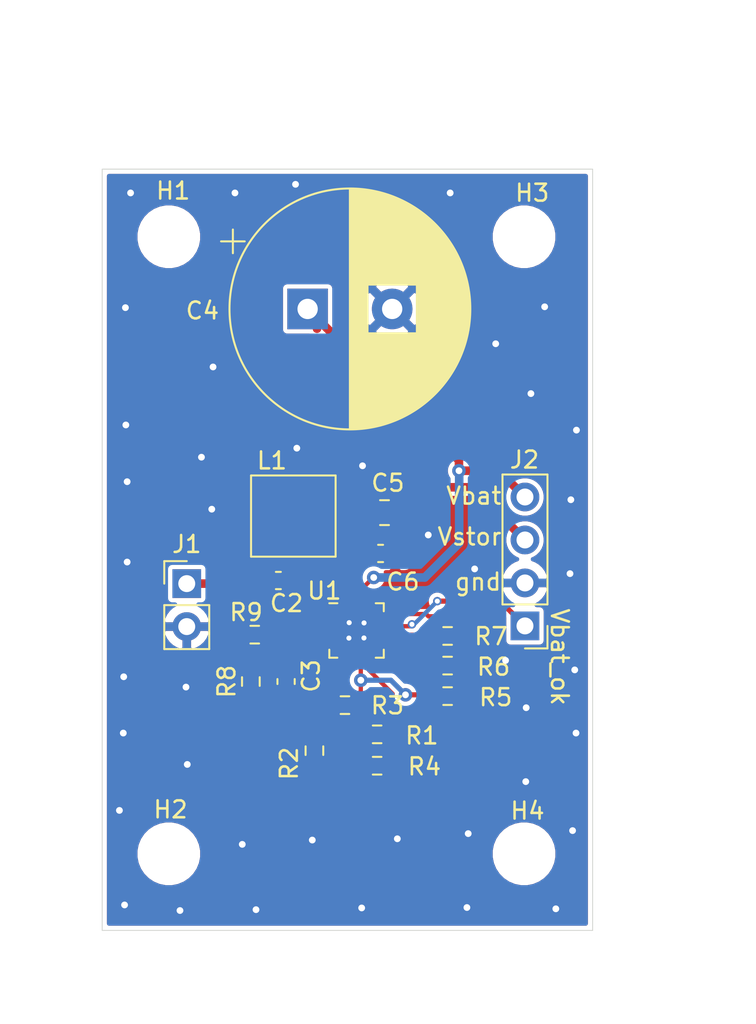
<source format=kicad_pcb>
(kicad_pcb (version 20171130) (host pcbnew "(5.1.10)-1")

  (general
    (thickness 1.6)
    (drawings 11)
    (tracks 148)
    (zones 0)
    (modules 22)
    (nets 14)
  )

  (page A4)
  (layers
    (0 F.Cu signal)
    (31 B.Cu signal)
    (32 B.Adhes user)
    (33 F.Adhes user)
    (34 B.Paste user)
    (35 F.Paste user)
    (36 B.SilkS user)
    (37 F.SilkS user)
    (38 B.Mask user)
    (39 F.Mask user)
    (40 Dwgs.User user)
    (41 Cmts.User user)
    (42 Eco1.User user)
    (43 Eco2.User user)
    (44 Edge.Cuts user)
    (45 Margin user)
    (46 B.CrtYd user)
    (47 F.CrtYd user)
    (48 B.Fab user)
    (49 F.Fab user)
  )

  (setup
    (last_trace_width 0.508)
    (user_trace_width 0.2032)
    (user_trace_width 0.254)
    (user_trace_width 0.3048)
    (user_trace_width 0.508)
    (trace_clearance 0.2)
    (zone_clearance 0.254)
    (zone_45_only no)
    (trace_min 0.2)
    (via_size 0.8)
    (via_drill 0.4)
    (via_min_size 0.4)
    (via_min_drill 0.3)
    (user_via 0.5 0.3)
    (uvia_size 0.3)
    (uvia_drill 0.1)
    (uvias_allowed no)
    (uvia_min_size 0.2)
    (uvia_min_drill 0.1)
    (edge_width 0.05)
    (segment_width 0.2)
    (pcb_text_width 0.3)
    (pcb_text_size 1.5 1.5)
    (mod_edge_width 0.12)
    (mod_text_size 1 1)
    (mod_text_width 0.15)
    (pad_size 3.200001 3.200001)
    (pad_drill 3.200001)
    (pad_to_mask_clearance 0)
    (aux_axis_origin 0 0)
    (visible_elements FFFFFF7F)
    (pcbplotparams
      (layerselection 0x010fc_ffffffff)
      (usegerberextensions false)
      (usegerberattributes true)
      (usegerberadvancedattributes true)
      (creategerberjobfile true)
      (excludeedgelayer true)
      (linewidth 0.100000)
      (plotframeref false)
      (viasonmask false)
      (mode 1)
      (useauxorigin false)
      (hpglpennumber 1)
      (hpglpenspeed 20)
      (hpglpendiameter 15.000000)
      (psnegative false)
      (psa4output false)
      (plotreference true)
      (plotvalue true)
      (plotinvisibletext false)
      (padsonsilk false)
      (subtractmaskfromsilk false)
      (outputformat 1)
      (mirror false)
      (drillshape 1)
      (scaleselection 1)
      (outputdirectory ""))
  )

  (net 0 "")
  (net 1 GND)
  (net 2 VDC)
  (net 3 "Net-(C3-Pad1)")
  (net 4 VBAT)
  (net 5 "Net-(C5-Pad1)")
  (net 6 "Net-(L1-Pad2)")
  (net 7 "Net-(R1-Pad2)")
  (net 8 "Net-(R1-Pad1)")
  (net 9 "Net-(R3-Pad2)")
  (net 10 "Net-(R5-Pad2)")
  (net 11 "Net-(R6-Pad2)")
  (net 12 "Net-(R8-Pad2)")
  (net 13 "Net-(J2-Pad1)")

  (net_class Default "This is the default net class."
    (clearance 0.2)
    (trace_width 0.254)
    (via_dia 0.8)
    (via_drill 0.4)
    (uvia_dia 0.3)
    (uvia_drill 0.1)
    (add_net GND)
    (add_net "Net-(C3-Pad1)")
    (add_net "Net-(C5-Pad1)")
    (add_net "Net-(J2-Pad1)")
    (add_net "Net-(L1-Pad2)")
    (add_net "Net-(R1-Pad1)")
    (add_net "Net-(R1-Pad2)")
    (add_net "Net-(R3-Pad2)")
    (add_net "Net-(R5-Pad2)")
    (add_net "Net-(R6-Pad2)")
    (add_net "Net-(R8-Pad2)")
    (add_net VBAT)
    (add_net VDC)
  )

  (module MountingHole:MountingHole_3.2mm_M3 (layer F.Cu) (tedit 56D1B4CB) (tstamp 6137DBF5)
    (at 167.9448 112.4712)
    (descr "Mounting Hole 3.2mm, no annular, M3")
    (tags "mounting hole 3.2mm no annular m3")
    (path /61424910)
    (attr virtual)
    (fp_text reference H4 (at 0.2032 -2.54) (layer F.SilkS)
      (effects (font (size 1 1) (thickness 0.15)))
    )
    (fp_text value MountingHole (at 0 4.2) (layer F.Fab)
      (effects (font (size 1 1) (thickness 0.15)))
    )
    (fp_text user %R (at 0.3 0) (layer F.Fab)
      (effects (font (size 1 1) (thickness 0.15)))
    )
    (fp_circle (center 0 0) (end 3.2 0) (layer Cmts.User) (width 0.15))
    (fp_circle (center 0 0) (end 3.45 0) (layer F.CrtYd) (width 0.05))
    (pad 1 np_thru_hole circle (at 0 0) (size 3.2 3.2) (drill 3.2) (layers *.Cu *.Mask))
  )

  (module MountingHole:MountingHole_3.2mm_M3 (layer F.Cu) (tedit 56D1B4CB) (tstamp 6137D989)
    (at 167.9448 75.9968)
    (descr "Mounting Hole 3.2mm, no annular, M3")
    (tags "mounting hole 3.2mm no annular m3")
    (path /6142420C)
    (attr virtual)
    (fp_text reference H3 (at 0.4826 -2.5908) (layer F.SilkS)
      (effects (font (size 1 1) (thickness 0.15)))
    )
    (fp_text value MountingHole (at 0 4.2) (layer F.Fab)
      (effects (font (size 1 1) (thickness 0.15)))
    )
    (fp_text user %R (at 0.3 0) (layer F.Fab)
      (effects (font (size 1 1) (thickness 0.15)))
    )
    (fp_circle (center 0 0) (end 3.2 0) (layer Cmts.User) (width 0.15))
    (fp_circle (center 0 0) (end 3.45 0) (layer F.CrtYd) (width 0.05))
    (pad 1 np_thru_hole circle (at 0 0) (size 3.2 3.2) (drill 3.2) (layers *.Cu *.Mask))
  )

  (module MountingHole:MountingHole_3.2mm_M3 (layer F.Cu) (tedit 56D1B4CB) (tstamp 6137DBD0)
    (at 146.939 112.4712)
    (descr "Mounting Hole 3.2mm, no annular, M3")
    (tags "mounting hole 3.2mm no annular m3")
    (path /6142461C)
    (attr virtual)
    (fp_text reference H2 (at 0.1016 -2.6162) (layer F.SilkS)
      (effects (font (size 1 1) (thickness 0.15)))
    )
    (fp_text value MountingHole (at 0 4.2) (layer F.Fab)
      (effects (font (size 1 1) (thickness 0.15)))
    )
    (fp_text user %R (at 0.3 0) (layer F.Fab)
      (effects (font (size 1 1) (thickness 0.15)))
    )
    (fp_circle (center 0 0) (end 3.2 0) (layer Cmts.User) (width 0.15))
    (fp_circle (center 0 0) (end 3.45 0) (layer F.CrtYd) (width 0.05))
    (pad 1 np_thru_hole circle (at 0 0) (size 3.2 3.2) (drill 3.2) (layers *.Cu *.Mask))
  )

  (module MountingHole:MountingHole_3.2mm_M3 (layer F.Cu) (tedit 6136F68F) (tstamp 6137D979)
    (at 146.939 75.9968)
    (descr "Mounting Hole 3.2mm, no annular, M3")
    (tags "mounting hole 3.2mm no annular m3")
    (path /614220A6)
    (attr virtual)
    (fp_text reference H1 (at 0.254 -2.7178) (layer F.SilkS)
      (effects (font (size 1 1) (thickness 0.15)))
    )
    (fp_text value MountingHole (at 0 4.2) (layer F.Fab)
      (effects (font (size 1 1) (thickness 0.15)))
    )
    (fp_text user %R (at 0.3 0) (layer F.Fab)
      (effects (font (size 1 1) (thickness 0.15)))
    )
    (fp_circle (center 0 0) (end 3.2 0) (layer Cmts.User) (width 0.15))
    (fp_circle (center 0 0) (end 3.45 0) (layer F.CrtYd) (width 0.05))
    (pad "" np_thru_hole circle (at 0 0) (size 3.200001 3.200001) (drill 3.200001) (layers *.Cu *.Mask))
  )

  (module bq25504_breakout_module:QFN-16-1EP_3x3mm_P0.5mm_EP1.7x1.7mm_HandSolder (layer F.Cu) (tedit 6136E20B) (tstamp 613734DD)
    (at 158.040225 99.27)
    (descr "QFN, 16 Pin (https://www.st.com/resource/en/datasheet/tsv521.pdf), generated with kicad-footprint-generator ipc_noLead_generator.py")
    (tags "QFN NoLead")
    (path /6136452F)
    (clearance 0.127)
    (attr smd)
    (fp_text reference U1 (at -1.906425 -2.3436) (layer F.SilkS)
      (effects (font (size 1 1) (thickness 0.15)))
    )
    (fp_text value BQ25504 (at 0 2.82) (layer F.Fab)
      (effects (font (size 1 1) (thickness 0.15)))
    )
    (fp_line (start 1.135 -1.61) (end 1.61 -1.61) (layer F.SilkS) (width 0.12))
    (fp_line (start 1.61 -1.61) (end 1.61 -1.135) (layer F.SilkS) (width 0.12))
    (fp_line (start -1.135 1.61) (end -1.61 1.61) (layer F.SilkS) (width 0.12))
    (fp_line (start -1.61 1.61) (end -1.61 1.135) (layer F.SilkS) (width 0.12))
    (fp_line (start 1.135 1.61) (end 1.61 1.61) (layer F.SilkS) (width 0.12))
    (fp_line (start 1.61 1.61) (end 1.61 1.135) (layer F.SilkS) (width 0.12))
    (fp_line (start -1.135 -1.61) (end -1.61 -1.61) (layer F.SilkS) (width 0.12))
    (fp_line (start -0.75 -1.5) (end 1.5 -1.5) (layer F.Fab) (width 0.1))
    (fp_line (start 1.5 -1.5) (end 1.5 1.5) (layer F.Fab) (width 0.1))
    (fp_line (start 1.5 1.5) (end -1.5 1.5) (layer F.Fab) (width 0.1))
    (fp_line (start -1.5 1.5) (end -1.5 -0.75) (layer F.Fab) (width 0.1))
    (fp_line (start -1.5 -0.75) (end -0.75 -1.5) (layer F.Fab) (width 0.1))
    (fp_line (start -2.12 -2.12) (end -2.12 2.12) (layer F.CrtYd) (width 0.05))
    (fp_line (start -2.12 2.12) (end 2.12 2.12) (layer F.CrtYd) (width 0.05))
    (fp_line (start 2.12 2.12) (end 2.12 -2.12) (layer F.CrtYd) (width 0.05))
    (fp_line (start 2.12 -2.12) (end -2.12 -2.12) (layer F.CrtYd) (width 0.05))
    (fp_text user %R (at 0 0) (layer F.Fab)
      (effects (font (size 0.75 0.75) (thickness 0.11)))
    )
    (pad "" smd roundrect (at 0.425 0.425) (size 0.69 0.69) (layers F.Paste) (roundrect_rratio 0.25))
    (pad "" smd roundrect (at 0.425 -0.425) (size 0.69 0.69) (layers F.Paste) (roundrect_rratio 0.25))
    (pad "" smd roundrect (at -0.425 0.425) (size 0.69 0.69) (layers F.Paste) (roundrect_rratio 0.25))
    (pad "" smd roundrect (at -0.425 -0.425) (size 0.69 0.69) (layers F.Paste) (roundrect_rratio 0.25))
    (pad 17 smd rect (at 0 0) (size 1.7 1.7) (layers F.Cu F.Mask)
      (net 1 GND))
    (pad 16 smd roundrect (at -0.75 -1.6375) (size 0.25 1.2) (layers F.Cu F.Paste F.Mask) (roundrect_rratio 0.25)
      (net 6 "Net-(L1-Pad2)"))
    (pad 15 smd roundrect (at -0.25 -1.6375) (size 0.25 1.2) (layers F.Cu F.Paste F.Mask) (roundrect_rratio 0.25)
      (net 5 "Net-(C5-Pad1)"))
    (pad 14 smd roundrect (at 0.25 -1.6375) (size 0.25 1.2) (layers F.Cu F.Paste F.Mask) (roundrect_rratio 0.25)
      (net 4 VBAT))
    (pad 13 smd roundrect (at 0.75 -1.6375) (size 0.25 1.2) (layers F.Cu F.Paste F.Mask) (roundrect_rratio 0.25)
      (net 1 GND))
    (pad 12 smd roundrect (at 1.6375 -0.75) (size 1.2 0.25) (layers F.Cu F.Paste F.Mask) (roundrect_rratio 0.25)
      (net 1 GND))
    (pad 11 smd roundrect (at 1.6375 -0.25) (size 1.2 0.25) (layers F.Cu F.Paste F.Mask) (roundrect_rratio 0.25)
      (net 13 "Net-(J2-Pad1)"))
    (pad 10 smd roundrect (at 1.6375 0.25) (size 1.2 0.25) (layers F.Cu F.Paste F.Mask) (roundrect_rratio 0.25)
      (net 11 "Net-(R6-Pad2)"))
    (pad 9 smd roundrect (at 1.6375 0.75) (size 1.2 0.25) (layers F.Cu F.Paste F.Mask) (roundrect_rratio 0.25)
      (net 10 "Net-(R5-Pad2)"))
    (pad 8 smd roundrect (at 0.75 1.6375) (size 0.25 1.2) (layers F.Cu F.Paste F.Mask) (roundrect_rratio 0.25)
      (net 9 "Net-(R3-Pad2)"))
    (pad 7 smd roundrect (at 0.25 1.6375) (size 0.25 1.2) (layers F.Cu F.Paste F.Mask) (roundrect_rratio 0.25)
      (net 8 "Net-(R1-Pad1)"))
    (pad 6 smd roundrect (at -0.25 1.6375) (size 0.25 1.2) (layers F.Cu F.Paste F.Mask) (roundrect_rratio 0.25)
      (net 7 "Net-(R1-Pad2)"))
    (pad 5 smd roundrect (at -0.75 1.6375) (size 0.25 1.2) (layers F.Cu F.Paste F.Mask) (roundrect_rratio 0.25)
      (net 1 GND))
    (pad 4 smd roundrect (at -1.6375 0.75) (size 1.2 0.25) (layers F.Cu F.Paste F.Mask) (roundrect_rratio 0.25)
      (net 3 "Net-(C3-Pad1)"))
    (pad 3 smd roundrect (at -1.6375 0.25) (size 1.2 0.25) (layers F.Cu F.Paste F.Mask) (roundrect_rratio 0.25)
      (net 12 "Net-(R8-Pad2)"))
    (pad 2 smd roundrect (at -1.6375 -0.25) (size 1.2 0.25) (layers F.Cu F.Paste F.Mask) (roundrect_rratio 0.25)
      (net 2 VDC))
    (pad 1 smd roundrect (at -1.6375 -0.75) (size 1.2 0.25) (layers F.Cu F.Paste F.Mask) (roundrect_rratio 0.25)
      (net 1 GND))
    (model ${KISYS3DMOD}/Package_DFN_QFN.3dshapes/QFN-16-1EP_3x3mm_P0.5mm_EP1.7x1.7mm.wrl
      (at (xyz 0 0 0))
      (scale (xyz 1 1 1))
      (rotate (xyz 0 0 0))
    )
  )

  (module Resistor_SMD:R_0603_1608Metric_Pad0.98x0.95mm_HandSolder (layer F.Cu) (tedit 5F68FEEE) (tstamp 613734B3)
    (at 152.0209 99.5172)
    (descr "Resistor SMD 0603 (1608 Metric), square (rectangular) end terminal, IPC_7351 nominal with elongated pad for handsoldering. (Body size source: IPC-SM-782 page 72, https://www.pcb-3d.com/wordpress/wp-content/uploads/ipc-sm-782a_amendment_1_and_2.pdf), generated with kicad-footprint-generator")
    (tags "resistor handsolder")
    (path /6136CCE1)
    (attr smd)
    (fp_text reference R9 (at -0.5099 -1.3208) (layer F.SilkS)
      (effects (font (size 1 1) (thickness 0.15)))
    )
    (fp_text value 10M (at 0 1.43) (layer F.Fab)
      (effects (font (size 1 1) (thickness 0.15)))
    )
    (fp_line (start 1.65 0.73) (end -1.65 0.73) (layer F.CrtYd) (width 0.05))
    (fp_line (start 1.65 -0.73) (end 1.65 0.73) (layer F.CrtYd) (width 0.05))
    (fp_line (start -1.65 -0.73) (end 1.65 -0.73) (layer F.CrtYd) (width 0.05))
    (fp_line (start -1.65 0.73) (end -1.65 -0.73) (layer F.CrtYd) (width 0.05))
    (fp_line (start -0.254724 0.5225) (end 0.254724 0.5225) (layer F.SilkS) (width 0.12))
    (fp_line (start -0.254724 -0.5225) (end 0.254724 -0.5225) (layer F.SilkS) (width 0.12))
    (fp_line (start 0.8 0.4125) (end -0.8 0.4125) (layer F.Fab) (width 0.1))
    (fp_line (start 0.8 -0.4125) (end 0.8 0.4125) (layer F.Fab) (width 0.1))
    (fp_line (start -0.8 -0.4125) (end 0.8 -0.4125) (layer F.Fab) (width 0.1))
    (fp_line (start -0.8 0.4125) (end -0.8 -0.4125) (layer F.Fab) (width 0.1))
    (fp_text user %R (at 0 0) (layer F.Fab)
      (effects (font (size 0.4 0.4) (thickness 0.06)))
    )
    (pad 1 smd roundrect (at -0.9125 0) (size 0.975 0.95) (layers F.Cu F.Paste F.Mask) (roundrect_rratio 0.25)
      (net 2 VDC))
    (pad 2 smd roundrect (at 0.9125 0) (size 0.975 0.95) (layers F.Cu F.Paste F.Mask) (roundrect_rratio 0.25)
      (net 12 "Net-(R8-Pad2)"))
    (model ${KISYS3DMOD}/Resistor_SMD.3dshapes/R_0603_1608Metric.wrl
      (at (xyz 0 0 0))
      (scale (xyz 1 1 1))
      (rotate (xyz 0 0 0))
    )
  )

  (module Resistor_SMD:R_0603_1608Metric_Pad0.98x0.95mm_HandSolder (layer F.Cu) (tedit 5F68FEEE) (tstamp 613734A2)
    (at 151.7904 102.2877 90)
    (descr "Resistor SMD 0603 (1608 Metric), square (rectangular) end terminal, IPC_7351 nominal with elongated pad for handsoldering. (Body size source: IPC-SM-782 page 72, https://www.pcb-3d.com/wordpress/wp-content/uploads/ipc-sm-782a_amendment_1_and_2.pdf), generated with kicad-footprint-generator")
    (tags "resistor handsolder")
    (path /61371223)
    (attr smd)
    (fp_text reference R8 (at 0 -1.43 90) (layer F.SilkS)
      (effects (font (size 1 1) (thickness 0.15)))
    )
    (fp_text value 10M (at 0 1.43 90) (layer F.Fab)
      (effects (font (size 1 1) (thickness 0.15)))
    )
    (fp_text user %R (at 0 0 90) (layer F.Fab)
      (effects (font (size 0.4 0.4) (thickness 0.06)))
    )
    (fp_line (start -0.8 0.4125) (end -0.8 -0.4125) (layer F.Fab) (width 0.1))
    (fp_line (start -0.8 -0.4125) (end 0.8 -0.4125) (layer F.Fab) (width 0.1))
    (fp_line (start 0.8 -0.4125) (end 0.8 0.4125) (layer F.Fab) (width 0.1))
    (fp_line (start 0.8 0.4125) (end -0.8 0.4125) (layer F.Fab) (width 0.1))
    (fp_line (start -0.254724 -0.5225) (end 0.254724 -0.5225) (layer F.SilkS) (width 0.12))
    (fp_line (start -0.254724 0.5225) (end 0.254724 0.5225) (layer F.SilkS) (width 0.12))
    (fp_line (start -1.65 0.73) (end -1.65 -0.73) (layer F.CrtYd) (width 0.05))
    (fp_line (start -1.65 -0.73) (end 1.65 -0.73) (layer F.CrtYd) (width 0.05))
    (fp_line (start 1.65 -0.73) (end 1.65 0.73) (layer F.CrtYd) (width 0.05))
    (fp_line (start 1.65 0.73) (end -1.65 0.73) (layer F.CrtYd) (width 0.05))
    (pad 2 smd roundrect (at 0.9125 0 90) (size 0.975 0.95) (layers F.Cu F.Paste F.Mask) (roundrect_rratio 0.25)
      (net 12 "Net-(R8-Pad2)"))
    (pad 1 smd roundrect (at -0.9125 0 90) (size 0.975 0.95) (layers F.Cu F.Paste F.Mask) (roundrect_rratio 0.25)
      (net 1 GND))
    (model ${KISYS3DMOD}/Resistor_SMD.3dshapes/R_0603_1608Metric.wrl
      (at (xyz 0 0 0))
      (scale (xyz 1 1 1))
      (rotate (xyz 0 0 0))
    )
  )

  (module Resistor_SMD:R_0603_1608Metric_Pad0.98x0.95mm_HandSolder (layer F.Cu) (tedit 5F68FEEE) (tstamp 61373491)
    (at 163.4255 99.5934)
    (descr "Resistor SMD 0603 (1608 Metric), square (rectangular) end terminal, IPC_7351 nominal with elongated pad for handsoldering. (Body size source: IPC-SM-782 page 72, https://www.pcb-3d.com/wordpress/wp-content/uploads/ipc-sm-782a_amendment_1_and_2.pdf), generated with kicad-footprint-generator")
    (tags "resistor handsolder")
    (path /613830E1)
    (attr smd)
    (fp_text reference R7 (at 2.5635 0.0254) (layer F.SilkS)
      (effects (font (size 1 1) (thickness 0.15)))
    )
    (fp_text value 6.2M (at 0 1.43) (layer F.Fab)
      (effects (font (size 1 1) (thickness 0.15)))
    )
    (fp_text user %R (at 0 0) (layer F.Fab)
      (effects (font (size 0.4 0.4) (thickness 0.06)))
    )
    (fp_line (start -0.8 0.4125) (end -0.8 -0.4125) (layer F.Fab) (width 0.1))
    (fp_line (start -0.8 -0.4125) (end 0.8 -0.4125) (layer F.Fab) (width 0.1))
    (fp_line (start 0.8 -0.4125) (end 0.8 0.4125) (layer F.Fab) (width 0.1))
    (fp_line (start 0.8 0.4125) (end -0.8 0.4125) (layer F.Fab) (width 0.1))
    (fp_line (start -0.254724 -0.5225) (end 0.254724 -0.5225) (layer F.SilkS) (width 0.12))
    (fp_line (start -0.254724 0.5225) (end 0.254724 0.5225) (layer F.SilkS) (width 0.12))
    (fp_line (start -1.65 0.73) (end -1.65 -0.73) (layer F.CrtYd) (width 0.05))
    (fp_line (start -1.65 -0.73) (end 1.65 -0.73) (layer F.CrtYd) (width 0.05))
    (fp_line (start 1.65 -0.73) (end 1.65 0.73) (layer F.CrtYd) (width 0.05))
    (fp_line (start 1.65 0.73) (end -1.65 0.73) (layer F.CrtYd) (width 0.05))
    (pad 2 smd roundrect (at 0.9125 0) (size 0.975 0.95) (layers F.Cu F.Paste F.Mask) (roundrect_rratio 0.25)
      (net 1 GND))
    (pad 1 smd roundrect (at -0.9125 0) (size 0.975 0.95) (layers F.Cu F.Paste F.Mask) (roundrect_rratio 0.25)
      (net 11 "Net-(R6-Pad2)"))
    (model ${KISYS3DMOD}/Resistor_SMD.3dshapes/R_0603_1608Metric.wrl
      (at (xyz 0 0 0))
      (scale (xyz 1 1 1))
      (rotate (xyz 0 0 0))
    )
  )

  (module Resistor_SMD:R_0603_1608Metric_Pad0.98x0.95mm_HandSolder (layer F.Cu) (tedit 5F68FEEE) (tstamp 61373480)
    (at 163.4255 101.346)
    (descr "Resistor SMD 0603 (1608 Metric), square (rectangular) end terminal, IPC_7351 nominal with elongated pad for handsoldering. (Body size source: IPC-SM-782 page 72, https://www.pcb-3d.com/wordpress/wp-content/uploads/ipc-sm-782a_amendment_1_and_2.pdf), generated with kicad-footprint-generator")
    (tags "resistor handsolder")
    (path /61382D3D)
    (attr smd)
    (fp_text reference R6 (at 2.7159 0.0762) (layer F.SilkS)
      (effects (font (size 1 1) (thickness 0.15)))
    )
    (fp_text value 2.7M (at 0 1.43) (layer F.Fab)
      (effects (font (size 1 1) (thickness 0.15)))
    )
    (fp_text user %R (at 0 0) (layer F.Fab)
      (effects (font (size 0.4 0.4) (thickness 0.06)))
    )
    (fp_line (start -0.8 0.4125) (end -0.8 -0.4125) (layer F.Fab) (width 0.1))
    (fp_line (start -0.8 -0.4125) (end 0.8 -0.4125) (layer F.Fab) (width 0.1))
    (fp_line (start 0.8 -0.4125) (end 0.8 0.4125) (layer F.Fab) (width 0.1))
    (fp_line (start 0.8 0.4125) (end -0.8 0.4125) (layer F.Fab) (width 0.1))
    (fp_line (start -0.254724 -0.5225) (end 0.254724 -0.5225) (layer F.SilkS) (width 0.12))
    (fp_line (start -0.254724 0.5225) (end 0.254724 0.5225) (layer F.SilkS) (width 0.12))
    (fp_line (start -1.65 0.73) (end -1.65 -0.73) (layer F.CrtYd) (width 0.05))
    (fp_line (start -1.65 -0.73) (end 1.65 -0.73) (layer F.CrtYd) (width 0.05))
    (fp_line (start 1.65 -0.73) (end 1.65 0.73) (layer F.CrtYd) (width 0.05))
    (fp_line (start 1.65 0.73) (end -1.65 0.73) (layer F.CrtYd) (width 0.05))
    (pad 2 smd roundrect (at 0.9125 0) (size 0.975 0.95) (layers F.Cu F.Paste F.Mask) (roundrect_rratio 0.25)
      (net 11 "Net-(R6-Pad2)"))
    (pad 1 smd roundrect (at -0.9125 0) (size 0.975 0.95) (layers F.Cu F.Paste F.Mask) (roundrect_rratio 0.25)
      (net 10 "Net-(R5-Pad2)"))
    (model ${KISYS3DMOD}/Resistor_SMD.3dshapes/R_0603_1608Metric.wrl
      (at (xyz 0 0 0))
      (scale (xyz 1 1 1))
      (rotate (xyz 0 0 0))
    )
  )

  (module Resistor_SMD:R_0603_1608Metric_Pad0.98x0.95mm_HandSolder (layer F.Cu) (tedit 5F68FEEE) (tstamp 6137346F)
    (at 163.4255 103.1494)
    (descr "Resistor SMD 0603 (1608 Metric), square (rectangular) end terminal, IPC_7351 nominal with elongated pad for handsoldering. (Body size source: IPC-SM-782 page 72, https://www.pcb-3d.com/wordpress/wp-content/uploads/ipc-sm-782a_amendment_1_and_2.pdf), generated with kicad-footprint-generator")
    (tags "resistor handsolder")
    (path /6138257C)
    (attr smd)
    (fp_text reference R5 (at 2.8429 0.0762) (layer F.SilkS)
      (effects (font (size 1 1) (thickness 0.15)))
    )
    (fp_text value 1.3M (at 0 1.43) (layer F.Fab)
      (effects (font (size 1 1) (thickness 0.15)))
    )
    (fp_text user %R (at 0 0) (layer F.Fab)
      (effects (font (size 0.4 0.4) (thickness 0.06)))
    )
    (fp_line (start -0.8 0.4125) (end -0.8 -0.4125) (layer F.Fab) (width 0.1))
    (fp_line (start -0.8 -0.4125) (end 0.8 -0.4125) (layer F.Fab) (width 0.1))
    (fp_line (start 0.8 -0.4125) (end 0.8 0.4125) (layer F.Fab) (width 0.1))
    (fp_line (start 0.8 0.4125) (end -0.8 0.4125) (layer F.Fab) (width 0.1))
    (fp_line (start -0.254724 -0.5225) (end 0.254724 -0.5225) (layer F.SilkS) (width 0.12))
    (fp_line (start -0.254724 0.5225) (end 0.254724 0.5225) (layer F.SilkS) (width 0.12))
    (fp_line (start -1.65 0.73) (end -1.65 -0.73) (layer F.CrtYd) (width 0.05))
    (fp_line (start -1.65 -0.73) (end 1.65 -0.73) (layer F.CrtYd) (width 0.05))
    (fp_line (start 1.65 -0.73) (end 1.65 0.73) (layer F.CrtYd) (width 0.05))
    (fp_line (start 1.65 0.73) (end -1.65 0.73) (layer F.CrtYd) (width 0.05))
    (pad 2 smd roundrect (at 0.9125 0) (size 0.975 0.95) (layers F.Cu F.Paste F.Mask) (roundrect_rratio 0.25)
      (net 10 "Net-(R5-Pad2)"))
    (pad 1 smd roundrect (at -0.9125 0) (size 0.975 0.95) (layers F.Cu F.Paste F.Mask) (roundrect_rratio 0.25)
      (net 8 "Net-(R1-Pad1)"))
    (model ${KISYS3DMOD}/Resistor_SMD.3dshapes/R_0603_1608Metric.wrl
      (at (xyz 0 0 0))
      (scale (xyz 1 1 1))
      (rotate (xyz 0 0 0))
    )
  )

  (module Resistor_SMD:R_0603_1608Metric_Pad0.98x0.95mm_HandSolder (layer F.Cu) (tedit 5F68FEEE) (tstamp 6137345E)
    (at 159.258 107.2642 180)
    (descr "Resistor SMD 0603 (1608 Metric), square (rectangular) end terminal, IPC_7351 nominal with elongated pad for handsoldering. (Body size source: IPC-SM-782 page 72, https://www.pcb-3d.com/wordpress/wp-content/uploads/ipc-sm-782a_amendment_1_and_2.pdf), generated with kicad-footprint-generator")
    (tags "resistor handsolder")
    (path /6138E2EE)
    (attr smd)
    (fp_text reference R4 (at -2.794 -0.0508) (layer F.SilkS)
      (effects (font (size 1 1) (thickness 0.15)))
    )
    (fp_text value 8.25M (at 0 1.43) (layer F.Fab)
      (effects (font (size 1 1) (thickness 0.15)))
    )
    (fp_text user %R (at 0 0) (layer F.Fab)
      (effects (font (size 0.4 0.4) (thickness 0.06)))
    )
    (fp_line (start -0.8 0.4125) (end -0.8 -0.4125) (layer F.Fab) (width 0.1))
    (fp_line (start -0.8 -0.4125) (end 0.8 -0.4125) (layer F.Fab) (width 0.1))
    (fp_line (start 0.8 -0.4125) (end 0.8 0.4125) (layer F.Fab) (width 0.1))
    (fp_line (start 0.8 0.4125) (end -0.8 0.4125) (layer F.Fab) (width 0.1))
    (fp_line (start -0.254724 -0.5225) (end 0.254724 -0.5225) (layer F.SilkS) (width 0.12))
    (fp_line (start -0.254724 0.5225) (end 0.254724 0.5225) (layer F.SilkS) (width 0.12))
    (fp_line (start -1.65 0.73) (end -1.65 -0.73) (layer F.CrtYd) (width 0.05))
    (fp_line (start -1.65 -0.73) (end 1.65 -0.73) (layer F.CrtYd) (width 0.05))
    (fp_line (start 1.65 -0.73) (end 1.65 0.73) (layer F.CrtYd) (width 0.05))
    (fp_line (start 1.65 0.73) (end -1.65 0.73) (layer F.CrtYd) (width 0.05))
    (pad 2 smd roundrect (at 0.9125 0 180) (size 0.975 0.95) (layers F.Cu F.Paste F.Mask) (roundrect_rratio 0.25)
      (net 1 GND))
    (pad 1 smd roundrect (at -0.9125 0 180) (size 0.975 0.95) (layers F.Cu F.Paste F.Mask) (roundrect_rratio 0.25)
      (net 9 "Net-(R3-Pad2)"))
    (model ${KISYS3DMOD}/Resistor_SMD.3dshapes/R_0603_1608Metric.wrl
      (at (xyz 0 0 0))
      (scale (xyz 1 1 1))
      (rotate (xyz 0 0 0))
    )
  )

  (module Resistor_SMD:R_0603_1608Metric_Pad0.98x0.95mm_HandSolder (layer F.Cu) (tedit 5F68FEEE) (tstamp 6137344D)
    (at 159.258 105.41)
    (descr "Resistor SMD 0603 (1608 Metric), square (rectangular) end terminal, IPC_7351 nominal with elongated pad for handsoldering. (Body size source: IPC-SM-782 page 72, https://www.pcb-3d.com/wordpress/wp-content/uploads/ipc-sm-782a_amendment_1_and_2.pdf), generated with kicad-footprint-generator")
    (tags "resistor handsolder")
    (path /6138D768)
    (attr smd)
    (fp_text reference R3 (at 0.6096 -1.7018) (layer F.SilkS)
      (effects (font (size 1 1) (thickness 0.15)))
    )
    (fp_text value 1.67M (at 0 1.43) (layer F.Fab)
      (effects (font (size 1 1) (thickness 0.15)))
    )
    (fp_text user %R (at 0 0) (layer F.Fab)
      (effects (font (size 0.4 0.4) (thickness 0.06)))
    )
    (fp_line (start -0.8 0.4125) (end -0.8 -0.4125) (layer F.Fab) (width 0.1))
    (fp_line (start -0.8 -0.4125) (end 0.8 -0.4125) (layer F.Fab) (width 0.1))
    (fp_line (start 0.8 -0.4125) (end 0.8 0.4125) (layer F.Fab) (width 0.1))
    (fp_line (start 0.8 0.4125) (end -0.8 0.4125) (layer F.Fab) (width 0.1))
    (fp_line (start -0.254724 -0.5225) (end 0.254724 -0.5225) (layer F.SilkS) (width 0.12))
    (fp_line (start -0.254724 0.5225) (end 0.254724 0.5225) (layer F.SilkS) (width 0.12))
    (fp_line (start -1.65 0.73) (end -1.65 -0.73) (layer F.CrtYd) (width 0.05))
    (fp_line (start -1.65 -0.73) (end 1.65 -0.73) (layer F.CrtYd) (width 0.05))
    (fp_line (start 1.65 -0.73) (end 1.65 0.73) (layer F.CrtYd) (width 0.05))
    (fp_line (start 1.65 0.73) (end -1.65 0.73) (layer F.CrtYd) (width 0.05))
    (pad 2 smd roundrect (at 0.9125 0) (size 0.975 0.95) (layers F.Cu F.Paste F.Mask) (roundrect_rratio 0.25)
      (net 9 "Net-(R3-Pad2)"))
    (pad 1 smd roundrect (at -0.9125 0) (size 0.975 0.95) (layers F.Cu F.Paste F.Mask) (roundrect_rratio 0.25)
      (net 8 "Net-(R1-Pad1)"))
    (model ${KISYS3DMOD}/Resistor_SMD.3dshapes/R_0603_1608Metric.wrl
      (at (xyz 0 0 0))
      (scale (xyz 1 1 1))
      (rotate (xyz 0 0 0))
    )
  )

  (module Resistor_SMD:R_0603_1608Metric_Pad0.98x0.95mm_HandSolder (layer F.Cu) (tedit 5F68FEEE) (tstamp 6137343C)
    (at 155.5496 106.3733 270)
    (descr "Resistor SMD 0603 (1608 Metric), square (rectangular) end terminal, IPC_7351 nominal with elongated pad for handsoldering. (Body size source: IPC-SM-782 page 72, https://www.pcb-3d.com/wordpress/wp-content/uploads/ipc-sm-782a_amendment_1_and_2.pdf), generated with kicad-footprint-generator")
    (tags "resistor handsolder")
    (path /6138ED19)
    (attr smd)
    (fp_text reference R2 (at 0.7639 1.4986 90) (layer F.SilkS)
      (effects (font (size 1 1) (thickness 0.15)))
    )
    (fp_text value 5.6M (at 0 1.43 90) (layer F.Fab)
      (effects (font (size 1 1) (thickness 0.15)))
    )
    (fp_text user %R (at 0 0 90) (layer F.Fab)
      (effects (font (size 0.4 0.4) (thickness 0.06)))
    )
    (fp_line (start -0.8 0.4125) (end -0.8 -0.4125) (layer F.Fab) (width 0.1))
    (fp_line (start -0.8 -0.4125) (end 0.8 -0.4125) (layer F.Fab) (width 0.1))
    (fp_line (start 0.8 -0.4125) (end 0.8 0.4125) (layer F.Fab) (width 0.1))
    (fp_line (start 0.8 0.4125) (end -0.8 0.4125) (layer F.Fab) (width 0.1))
    (fp_line (start -0.254724 -0.5225) (end 0.254724 -0.5225) (layer F.SilkS) (width 0.12))
    (fp_line (start -0.254724 0.5225) (end 0.254724 0.5225) (layer F.SilkS) (width 0.12))
    (fp_line (start -1.65 0.73) (end -1.65 -0.73) (layer F.CrtYd) (width 0.05))
    (fp_line (start -1.65 -0.73) (end 1.65 -0.73) (layer F.CrtYd) (width 0.05))
    (fp_line (start 1.65 -0.73) (end 1.65 0.73) (layer F.CrtYd) (width 0.05))
    (fp_line (start 1.65 0.73) (end -1.65 0.73) (layer F.CrtYd) (width 0.05))
    (pad 2 smd roundrect (at 0.9125 0 270) (size 0.975 0.95) (layers F.Cu F.Paste F.Mask) (roundrect_rratio 0.25)
      (net 1 GND))
    (pad 1 smd roundrect (at -0.9125 0 270) (size 0.975 0.95) (layers F.Cu F.Paste F.Mask) (roundrect_rratio 0.25)
      (net 7 "Net-(R1-Pad2)"))
    (model ${KISYS3DMOD}/Resistor_SMD.3dshapes/R_0603_1608Metric.wrl
      (at (xyz 0 0 0))
      (scale (xyz 1 1 1))
      (rotate (xyz 0 0 0))
    )
  )

  (module Resistor_SMD:R_0603_1608Metric_Pad0.98x0.95mm_HandSolder (layer F.Cu) (tedit 5F68FEEE) (tstamp 6137342B)
    (at 157.3549 103.6828 180)
    (descr "Resistor SMD 0603 (1608 Metric), square (rectangular) end terminal, IPC_7351 nominal with elongated pad for handsoldering. (Body size source: IPC-SM-782 page 72, https://www.pcb-3d.com/wordpress/wp-content/uploads/ipc-sm-782a_amendment_1_and_2.pdf), generated with kicad-footprint-generator")
    (tags "resistor handsolder")
    (path /6138E6F5)
    (attr smd)
    (fp_text reference R1 (at -4.5447 -1.8034) (layer F.SilkS)
      (effects (font (size 1 1) (thickness 0.15)))
    )
    (fp_text value 4.32M (at 0 1.43) (layer F.Fab)
      (effects (font (size 1 1) (thickness 0.15)))
    )
    (fp_text user %R (at 0 0) (layer F.Fab)
      (effects (font (size 0.4 0.4) (thickness 0.06)))
    )
    (fp_line (start -0.8 0.4125) (end -0.8 -0.4125) (layer F.Fab) (width 0.1))
    (fp_line (start -0.8 -0.4125) (end 0.8 -0.4125) (layer F.Fab) (width 0.1))
    (fp_line (start 0.8 -0.4125) (end 0.8 0.4125) (layer F.Fab) (width 0.1))
    (fp_line (start 0.8 0.4125) (end -0.8 0.4125) (layer F.Fab) (width 0.1))
    (fp_line (start -0.254724 -0.5225) (end 0.254724 -0.5225) (layer F.SilkS) (width 0.12))
    (fp_line (start -0.254724 0.5225) (end 0.254724 0.5225) (layer F.SilkS) (width 0.12))
    (fp_line (start -1.65 0.73) (end -1.65 -0.73) (layer F.CrtYd) (width 0.05))
    (fp_line (start -1.65 -0.73) (end 1.65 -0.73) (layer F.CrtYd) (width 0.05))
    (fp_line (start 1.65 -0.73) (end 1.65 0.73) (layer F.CrtYd) (width 0.05))
    (fp_line (start 1.65 0.73) (end -1.65 0.73) (layer F.CrtYd) (width 0.05))
    (pad 2 smd roundrect (at 0.9125 0 180) (size 0.975 0.95) (layers F.Cu F.Paste F.Mask) (roundrect_rratio 0.25)
      (net 7 "Net-(R1-Pad2)"))
    (pad 1 smd roundrect (at -0.9125 0 180) (size 0.975 0.95) (layers F.Cu F.Paste F.Mask) (roundrect_rratio 0.25)
      (net 8 "Net-(R1-Pad1)"))
    (model ${KISYS3DMOD}/Resistor_SMD.3dshapes/R_0603_1608Metric.wrl
      (at (xyz 0 0 0))
      (scale (xyz 1 1 1))
      (rotate (xyz 0 0 0))
    )
  )

  (module bq25504_breakout_module:L_Wuerth-3816_6.3x6.3mm (layer F.Cu) (tedit 6136D5D3) (tstamp 6137341A)
    (at 152.202 92.5068)
    (path /6137E0E9)
    (fp_text reference L1 (at 0.833 -3.2766) (layer F.SilkS)
      (effects (font (size 1 1) (thickness 0.15)))
    )
    (fp_text value 22uH (at 2.6 -5.8) (layer F.Fab)
      (effects (font (size 1 1) (thickness 0.15)))
    )
    (fp_line (start -0.4 -2.4) (end 4.6 -2.4) (layer F.SilkS) (width 0.12))
    (fp_line (start 4.6 -2.4) (end 4.6 2.4) (layer F.SilkS) (width 0.12))
    (fp_line (start 4.6 2.4) (end -0.4 2.4) (layer F.SilkS) (width 0.12))
    (fp_line (start -0.4 2.4) (end -0.4 -2.4) (layer F.SilkS) (width 0.12))
    (pad 2 smd rect (at 3.5 0) (size 1.6 4.3) (layers F.Cu F.Paste F.Mask)
      (net 6 "Net-(L1-Pad2)"))
    (pad 1 smd rect (at 0.8 0) (size 1.6 4.3) (layers F.Cu F.Paste F.Mask)
      (net 2 VDC))
  )

  (module Connector_PinHeader_2.54mm:PinHeader_1x04_P2.54mm_Vertical locked (layer F.Cu) (tedit 59FED5CC) (tstamp 61373410)
    (at 168 99 180)
    (descr "Through hole straight pin header, 1x04, 2.54mm pitch, single row")
    (tags "Through hole pin header THT 1x04 2.54mm single row")
    (path /613A9C49)
    (fp_text reference J2 (at 0.0298 9.8206) (layer F.SilkS)
      (effects (font (size 1 1) (thickness 0.15)))
    )
    (fp_text value Output (at 0 9.95) (layer F.Fab)
      (effects (font (size 1 1) (thickness 0.15)))
    )
    (fp_text user %R (at 0 3.81 90) (layer F.Fab)
      (effects (font (size 1 1) (thickness 0.15)))
    )
    (fp_line (start -0.635 -1.27) (end 1.27 -1.27) (layer F.Fab) (width 0.1))
    (fp_line (start 1.27 -1.27) (end 1.27 8.89) (layer F.Fab) (width 0.1))
    (fp_line (start 1.27 8.89) (end -1.27 8.89) (layer F.Fab) (width 0.1))
    (fp_line (start -1.27 8.89) (end -1.27 -0.635) (layer F.Fab) (width 0.1))
    (fp_line (start -1.27 -0.635) (end -0.635 -1.27) (layer F.Fab) (width 0.1))
    (fp_line (start -1.33 8.95) (end 1.33 8.95) (layer F.SilkS) (width 0.12))
    (fp_line (start -1.33 1.27) (end -1.33 8.95) (layer F.SilkS) (width 0.12))
    (fp_line (start 1.33 1.27) (end 1.33 8.95) (layer F.SilkS) (width 0.12))
    (fp_line (start -1.33 1.27) (end 1.33 1.27) (layer F.SilkS) (width 0.12))
    (fp_line (start -1.33 0) (end -1.33 -1.33) (layer F.SilkS) (width 0.12))
    (fp_line (start -1.33 -1.33) (end 0 -1.33) (layer F.SilkS) (width 0.12))
    (fp_line (start -1.8 -1.8) (end -1.8 9.4) (layer F.CrtYd) (width 0.05))
    (fp_line (start -1.8 9.4) (end 1.8 9.4) (layer F.CrtYd) (width 0.05))
    (fp_line (start 1.8 9.4) (end 1.8 -1.8) (layer F.CrtYd) (width 0.05))
    (fp_line (start 1.8 -1.8) (end -1.8 -1.8) (layer F.CrtYd) (width 0.05))
    (pad 4 thru_hole oval (at 0 7.62 180) (size 1.7 1.7) (drill 1) (layers *.Cu *.Mask)
      (net 4 VBAT))
    (pad 3 thru_hole oval (at 0 5.08 180) (size 1.7 1.7) (drill 1) (layers *.Cu *.Mask)
      (net 5 "Net-(C5-Pad1)"))
    (pad 2 thru_hole oval (at 0 2.54 180) (size 1.7 1.7) (drill 1) (layers *.Cu *.Mask)
      (net 1 GND))
    (pad 1 thru_hole rect (at 0 0 180) (size 1.7 1.7) (drill 1) (layers *.Cu *.Mask)
      (net 13 "Net-(J2-Pad1)"))
    (model ${KISYS3DMOD}/Connector_PinHeader_2.54mm.3dshapes/PinHeader_1x04_P2.54mm_Vertical.wrl
      (at (xyz 0 0 0))
      (scale (xyz 1 1 1))
      (rotate (xyz 0 0 0))
    )
  )

  (module Connector_PinHeader_2.54mm:PinHeader_1x02_P2.54mm_Vertical locked (layer F.Cu) (tedit 59FED5CC) (tstamp 613733F8)
    (at 148 96.5)
    (descr "Through hole straight pin header, 1x02, 2.54mm pitch, single row")
    (tags "Through hole pin header THT 1x02 2.54mm single row")
    (path /6137BD73)
    (fp_text reference J1 (at 0 -2.33) (layer F.SilkS)
      (effects (font (size 1 1) (thickness 0.15)))
    )
    (fp_text value Vin (at 0 4.87) (layer F.Fab)
      (effects (font (size 1 1) (thickness 0.15)))
    )
    (fp_text user %R (at 0 1.27 90) (layer F.Fab)
      (effects (font (size 1 1) (thickness 0.15)))
    )
    (fp_line (start -0.635 -1.27) (end 1.27 -1.27) (layer F.Fab) (width 0.1))
    (fp_line (start 1.27 -1.27) (end 1.27 3.81) (layer F.Fab) (width 0.1))
    (fp_line (start 1.27 3.81) (end -1.27 3.81) (layer F.Fab) (width 0.1))
    (fp_line (start -1.27 3.81) (end -1.27 -0.635) (layer F.Fab) (width 0.1))
    (fp_line (start -1.27 -0.635) (end -0.635 -1.27) (layer F.Fab) (width 0.1))
    (fp_line (start -1.33 3.87) (end 1.33 3.87) (layer F.SilkS) (width 0.12))
    (fp_line (start -1.33 1.27) (end -1.33 3.87) (layer F.SilkS) (width 0.12))
    (fp_line (start 1.33 1.27) (end 1.33 3.87) (layer F.SilkS) (width 0.12))
    (fp_line (start -1.33 1.27) (end 1.33 1.27) (layer F.SilkS) (width 0.12))
    (fp_line (start -1.33 0) (end -1.33 -1.33) (layer F.SilkS) (width 0.12))
    (fp_line (start -1.33 -1.33) (end 0 -1.33) (layer F.SilkS) (width 0.12))
    (fp_line (start -1.8 -1.8) (end -1.8 4.35) (layer F.CrtYd) (width 0.05))
    (fp_line (start -1.8 4.35) (end 1.8 4.35) (layer F.CrtYd) (width 0.05))
    (fp_line (start 1.8 4.35) (end 1.8 -1.8) (layer F.CrtYd) (width 0.05))
    (fp_line (start 1.8 -1.8) (end -1.8 -1.8) (layer F.CrtYd) (width 0.05))
    (pad 2 thru_hole oval (at 0 2.54) (size 1.7 1.7) (drill 1) (layers *.Cu *.Mask)
      (net 1 GND))
    (pad 1 thru_hole rect (at 0 0) (size 1.7 1.7) (drill 1) (layers *.Cu *.Mask)
      (net 2 VDC))
    (model ${KISYS3DMOD}/Connector_PinHeader_2.54mm.3dshapes/PinHeader_1x02_P2.54mm_Vertical.wrl
      (at (xyz 0 0 0))
      (scale (xyz 1 1 1))
      (rotate (xyz 0 0 0))
    )
  )

  (module Capacitor_SMD:C_0603_1608Metric_Pad1.08x0.95mm_HandSolder (layer F.Cu) (tedit 5F68FEEF) (tstamp 613733E2)
    (at 159.4623 94.7166)
    (descr "Capacitor SMD 0603 (1608 Metric), square (rectangular) end terminal, IPC_7351 nominal with elongated pad for handsoldering. (Body size source: IPC-SM-782 page 76, https://www.pcb-3d.com/wordpress/wp-content/uploads/ipc-sm-782a_amendment_1_and_2.pdf), generated with kicad-footprint-generator")
    (tags "capacitor handsolder")
    (path /6136DFF3)
    (attr smd)
    (fp_text reference C6 (at 1.3197 1.6764) (layer F.SilkS)
      (effects (font (size 1 1) (thickness 0.15)))
    )
    (fp_text value 0.1uF (at 0 1.43) (layer F.Fab)
      (effects (font (size 1 1) (thickness 0.15)))
    )
    (fp_text user %R (at 0 0) (layer F.Fab)
      (effects (font (size 0.4 0.4) (thickness 0.06)))
    )
    (fp_line (start -0.8 0.4) (end -0.8 -0.4) (layer F.Fab) (width 0.1))
    (fp_line (start -0.8 -0.4) (end 0.8 -0.4) (layer F.Fab) (width 0.1))
    (fp_line (start 0.8 -0.4) (end 0.8 0.4) (layer F.Fab) (width 0.1))
    (fp_line (start 0.8 0.4) (end -0.8 0.4) (layer F.Fab) (width 0.1))
    (fp_line (start -0.146267 -0.51) (end 0.146267 -0.51) (layer F.SilkS) (width 0.12))
    (fp_line (start -0.146267 0.51) (end 0.146267 0.51) (layer F.SilkS) (width 0.12))
    (fp_line (start -1.65 0.73) (end -1.65 -0.73) (layer F.CrtYd) (width 0.05))
    (fp_line (start -1.65 -0.73) (end 1.65 -0.73) (layer F.CrtYd) (width 0.05))
    (fp_line (start 1.65 -0.73) (end 1.65 0.73) (layer F.CrtYd) (width 0.05))
    (fp_line (start 1.65 0.73) (end -1.65 0.73) (layer F.CrtYd) (width 0.05))
    (pad 2 smd roundrect (at 0.8625 0) (size 1.075 0.95) (layers F.Cu F.Paste F.Mask) (roundrect_rratio 0.25)
      (net 1 GND))
    (pad 1 smd roundrect (at -0.8625 0) (size 1.075 0.95) (layers F.Cu F.Paste F.Mask) (roundrect_rratio 0.25)
      (net 5 "Net-(C5-Pad1)"))
    (model ${KISYS3DMOD}/Capacitor_SMD.3dshapes/C_0603_1608Metric.wrl
      (at (xyz 0 0 0))
      (scale (xyz 1 1 1))
      (rotate (xyz 0 0 0))
    )
  )

  (module Capacitor_SMD:C_0805_2012Metric_Pad1.18x1.45mm_HandSolder (layer F.Cu) (tedit 5F68FEEF) (tstamp 613733D1)
    (at 159.6937 92.3036)
    (descr "Capacitor SMD 0805 (2012 Metric), square (rectangular) end terminal, IPC_7351 nominal with elongated pad for handsoldering. (Body size source: IPC-SM-782 page 76, https://www.pcb-3d.com/wordpress/wp-content/uploads/ipc-sm-782a_amendment_1_and_2.pdf, https://docs.google.com/spreadsheets/d/1BsfQQcO9C6DZCsRaXUlFlo91Tg2WpOkGARC1WS5S8t0/edit?usp=sharing), generated with kicad-footprint-generator")
    (tags "capacitor handsolder")
    (path /6136DD31)
    (attr smd)
    (fp_text reference C5 (at 0.1993 -1.7526) (layer F.SilkS)
      (effects (font (size 1 1) (thickness 0.15)))
    )
    (fp_text value 10uF (at 0 1.68) (layer F.Fab)
      (effects (font (size 1 1) (thickness 0.15)))
    )
    (fp_text user %R (at 0 0) (layer F.Fab)
      (effects (font (size 0.5 0.5) (thickness 0.08)))
    )
    (fp_line (start -1 0.625) (end -1 -0.625) (layer F.Fab) (width 0.1))
    (fp_line (start -1 -0.625) (end 1 -0.625) (layer F.Fab) (width 0.1))
    (fp_line (start 1 -0.625) (end 1 0.625) (layer F.Fab) (width 0.1))
    (fp_line (start 1 0.625) (end -1 0.625) (layer F.Fab) (width 0.1))
    (fp_line (start -0.261252 -0.735) (end 0.261252 -0.735) (layer F.SilkS) (width 0.12))
    (fp_line (start -0.261252 0.735) (end 0.261252 0.735) (layer F.SilkS) (width 0.12))
    (fp_line (start -1.88 0.98) (end -1.88 -0.98) (layer F.CrtYd) (width 0.05))
    (fp_line (start -1.88 -0.98) (end 1.88 -0.98) (layer F.CrtYd) (width 0.05))
    (fp_line (start 1.88 -0.98) (end 1.88 0.98) (layer F.CrtYd) (width 0.05))
    (fp_line (start 1.88 0.98) (end -1.88 0.98) (layer F.CrtYd) (width 0.05))
    (pad 2 smd roundrect (at 1.0375 0) (size 1.175 1.45) (layers F.Cu F.Paste F.Mask) (roundrect_rratio 0.212766)
      (net 1 GND))
    (pad 1 smd roundrect (at -1.0375 0) (size 1.175 1.45) (layers F.Cu F.Paste F.Mask) (roundrect_rratio 0.212766)
      (net 5 "Net-(C5-Pad1)"))
    (model ${KISYS3DMOD}/Capacitor_SMD.3dshapes/C_0805_2012Metric.wrl
      (at (xyz 0 0 0))
      (scale (xyz 1 1 1))
      (rotate (xyz 0 0 0))
    )
  )

  (module Capacitor_THT:CP_Radial_D14.0mm_P5.00mm (layer F.Cu) (tedit 5AE50EF1) (tstamp 613733C0)
    (at 155.147 80.264)
    (descr "CP, Radial series, Radial, pin pitch=5.00mm, , diameter=14mm, Electrolytic Capacitor")
    (tags "CP Radial series Radial pin pitch 5.00mm  diameter 14mm Electrolytic Capacitor")
    (path /61370273)
    (fp_text reference C4 (at -6.223 0.1016) (layer F.SilkS)
      (effects (font (size 1 1) (thickness 0.15)))
    )
    (fp_text value 220mF (at 2.5 8.25) (layer F.Fab)
      (effects (font (size 1 1) (thickness 0.15)))
    )
    (fp_text user %R (at 2.5 0) (layer F.Fab)
      (effects (font (size 1 1) (thickness 0.15)))
    )
    (fp_circle (center 2.5 0) (end 9.5 0) (layer F.Fab) (width 0.1))
    (fp_circle (center 2.5 0) (end 9.62 0) (layer F.SilkS) (width 0.12))
    (fp_circle (center 2.5 0) (end 9.75 0) (layer F.CrtYd) (width 0.05))
    (fp_line (start -3.513066 -3.0675) (end -2.113066 -3.0675) (layer F.Fab) (width 0.1))
    (fp_line (start -2.813066 -3.7675) (end -2.813066 -2.3675) (layer F.Fab) (width 0.1))
    (fp_line (start 2.5 -7.08) (end 2.5 7.08) (layer F.SilkS) (width 0.12))
    (fp_line (start 2.54 -7.08) (end 2.54 7.08) (layer F.SilkS) (width 0.12))
    (fp_line (start 2.58 -7.08) (end 2.58 7.08) (layer F.SilkS) (width 0.12))
    (fp_line (start 2.62 -7.079) (end 2.62 7.079) (layer F.SilkS) (width 0.12))
    (fp_line (start 2.66 -7.079) (end 2.66 7.079) (layer F.SilkS) (width 0.12))
    (fp_line (start 2.7 -7.078) (end 2.7 7.078) (layer F.SilkS) (width 0.12))
    (fp_line (start 2.74 -7.076) (end 2.74 7.076) (layer F.SilkS) (width 0.12))
    (fp_line (start 2.78 -7.075) (end 2.78 7.075) (layer F.SilkS) (width 0.12))
    (fp_line (start 2.82 -7.073) (end 2.82 7.073) (layer F.SilkS) (width 0.12))
    (fp_line (start 2.86 -7.071) (end 2.86 7.071) (layer F.SilkS) (width 0.12))
    (fp_line (start 2.9 -7.069) (end 2.9 7.069) (layer F.SilkS) (width 0.12))
    (fp_line (start 2.94 -7.067) (end 2.94 7.067) (layer F.SilkS) (width 0.12))
    (fp_line (start 2.98 -7.064) (end 2.98 7.064) (layer F.SilkS) (width 0.12))
    (fp_line (start 3.02 -7.061) (end 3.02 7.061) (layer F.SilkS) (width 0.12))
    (fp_line (start 3.06 -7.058) (end 3.06 7.058) (layer F.SilkS) (width 0.12))
    (fp_line (start 3.1 -7.055) (end 3.1 7.055) (layer F.SilkS) (width 0.12))
    (fp_line (start 3.14 -7.052) (end 3.14 7.052) (layer F.SilkS) (width 0.12))
    (fp_line (start 3.18 -7.048) (end 3.18 7.048) (layer F.SilkS) (width 0.12))
    (fp_line (start 3.221 -7.044) (end 3.221 7.044) (layer F.SilkS) (width 0.12))
    (fp_line (start 3.261 -7.04) (end 3.261 7.04) (layer F.SilkS) (width 0.12))
    (fp_line (start 3.301 -7.035) (end 3.301 7.035) (layer F.SilkS) (width 0.12))
    (fp_line (start 3.341 -7.031) (end 3.341 7.031) (layer F.SilkS) (width 0.12))
    (fp_line (start 3.381 -7.026) (end 3.381 7.026) (layer F.SilkS) (width 0.12))
    (fp_line (start 3.421 -7.021) (end 3.421 7.021) (layer F.SilkS) (width 0.12))
    (fp_line (start 3.461 -7.015) (end 3.461 7.015) (layer F.SilkS) (width 0.12))
    (fp_line (start 3.501 -7.01) (end 3.501 7.01) (layer F.SilkS) (width 0.12))
    (fp_line (start 3.541 -7.004) (end 3.541 7.004) (layer F.SilkS) (width 0.12))
    (fp_line (start 3.581 -6.998) (end 3.581 -1.44) (layer F.SilkS) (width 0.12))
    (fp_line (start 3.581 1.44) (end 3.581 6.998) (layer F.SilkS) (width 0.12))
    (fp_line (start 3.621 -6.992) (end 3.621 -1.44) (layer F.SilkS) (width 0.12))
    (fp_line (start 3.621 1.44) (end 3.621 6.992) (layer F.SilkS) (width 0.12))
    (fp_line (start 3.661 -6.985) (end 3.661 -1.44) (layer F.SilkS) (width 0.12))
    (fp_line (start 3.661 1.44) (end 3.661 6.985) (layer F.SilkS) (width 0.12))
    (fp_line (start 3.701 -6.979) (end 3.701 -1.44) (layer F.SilkS) (width 0.12))
    (fp_line (start 3.701 1.44) (end 3.701 6.979) (layer F.SilkS) (width 0.12))
    (fp_line (start 3.741 -6.972) (end 3.741 -1.44) (layer F.SilkS) (width 0.12))
    (fp_line (start 3.741 1.44) (end 3.741 6.972) (layer F.SilkS) (width 0.12))
    (fp_line (start 3.781 -6.964) (end 3.781 -1.44) (layer F.SilkS) (width 0.12))
    (fp_line (start 3.781 1.44) (end 3.781 6.964) (layer F.SilkS) (width 0.12))
    (fp_line (start 3.821 -6.957) (end 3.821 -1.44) (layer F.SilkS) (width 0.12))
    (fp_line (start 3.821 1.44) (end 3.821 6.957) (layer F.SilkS) (width 0.12))
    (fp_line (start 3.861 -6.949) (end 3.861 -1.44) (layer F.SilkS) (width 0.12))
    (fp_line (start 3.861 1.44) (end 3.861 6.949) (layer F.SilkS) (width 0.12))
    (fp_line (start 3.901 -6.942) (end 3.901 -1.44) (layer F.SilkS) (width 0.12))
    (fp_line (start 3.901 1.44) (end 3.901 6.942) (layer F.SilkS) (width 0.12))
    (fp_line (start 3.941 -6.933) (end 3.941 -1.44) (layer F.SilkS) (width 0.12))
    (fp_line (start 3.941 1.44) (end 3.941 6.933) (layer F.SilkS) (width 0.12))
    (fp_line (start 3.981 -6.925) (end 3.981 -1.44) (layer F.SilkS) (width 0.12))
    (fp_line (start 3.981 1.44) (end 3.981 6.925) (layer F.SilkS) (width 0.12))
    (fp_line (start 4.021 -6.916) (end 4.021 -1.44) (layer F.SilkS) (width 0.12))
    (fp_line (start 4.021 1.44) (end 4.021 6.916) (layer F.SilkS) (width 0.12))
    (fp_line (start 4.061 -6.907) (end 4.061 -1.44) (layer F.SilkS) (width 0.12))
    (fp_line (start 4.061 1.44) (end 4.061 6.907) (layer F.SilkS) (width 0.12))
    (fp_line (start 4.101 -6.898) (end 4.101 -1.44) (layer F.SilkS) (width 0.12))
    (fp_line (start 4.101 1.44) (end 4.101 6.898) (layer F.SilkS) (width 0.12))
    (fp_line (start 4.141 -6.889) (end 4.141 -1.44) (layer F.SilkS) (width 0.12))
    (fp_line (start 4.141 1.44) (end 4.141 6.889) (layer F.SilkS) (width 0.12))
    (fp_line (start 4.181 -6.879) (end 4.181 -1.44) (layer F.SilkS) (width 0.12))
    (fp_line (start 4.181 1.44) (end 4.181 6.879) (layer F.SilkS) (width 0.12))
    (fp_line (start 4.221 -6.87) (end 4.221 -1.44) (layer F.SilkS) (width 0.12))
    (fp_line (start 4.221 1.44) (end 4.221 6.87) (layer F.SilkS) (width 0.12))
    (fp_line (start 4.261 -6.86) (end 4.261 -1.44) (layer F.SilkS) (width 0.12))
    (fp_line (start 4.261 1.44) (end 4.261 6.86) (layer F.SilkS) (width 0.12))
    (fp_line (start 4.301 -6.849) (end 4.301 -1.44) (layer F.SilkS) (width 0.12))
    (fp_line (start 4.301 1.44) (end 4.301 6.849) (layer F.SilkS) (width 0.12))
    (fp_line (start 4.341 -6.839) (end 4.341 -1.44) (layer F.SilkS) (width 0.12))
    (fp_line (start 4.341 1.44) (end 4.341 6.839) (layer F.SilkS) (width 0.12))
    (fp_line (start 4.381 -6.828) (end 4.381 -1.44) (layer F.SilkS) (width 0.12))
    (fp_line (start 4.381 1.44) (end 4.381 6.828) (layer F.SilkS) (width 0.12))
    (fp_line (start 4.421 -6.817) (end 4.421 -1.44) (layer F.SilkS) (width 0.12))
    (fp_line (start 4.421 1.44) (end 4.421 6.817) (layer F.SilkS) (width 0.12))
    (fp_line (start 4.461 -6.805) (end 4.461 -1.44) (layer F.SilkS) (width 0.12))
    (fp_line (start 4.461 1.44) (end 4.461 6.805) (layer F.SilkS) (width 0.12))
    (fp_line (start 4.501 -6.794) (end 4.501 -1.44) (layer F.SilkS) (width 0.12))
    (fp_line (start 4.501 1.44) (end 4.501 6.794) (layer F.SilkS) (width 0.12))
    (fp_line (start 4.541 -6.782) (end 4.541 -1.44) (layer F.SilkS) (width 0.12))
    (fp_line (start 4.541 1.44) (end 4.541 6.782) (layer F.SilkS) (width 0.12))
    (fp_line (start 4.581 -6.77) (end 4.581 -1.44) (layer F.SilkS) (width 0.12))
    (fp_line (start 4.581 1.44) (end 4.581 6.77) (layer F.SilkS) (width 0.12))
    (fp_line (start 4.621 -6.758) (end 4.621 -1.44) (layer F.SilkS) (width 0.12))
    (fp_line (start 4.621 1.44) (end 4.621 6.758) (layer F.SilkS) (width 0.12))
    (fp_line (start 4.661 -6.745) (end 4.661 -1.44) (layer F.SilkS) (width 0.12))
    (fp_line (start 4.661 1.44) (end 4.661 6.745) (layer F.SilkS) (width 0.12))
    (fp_line (start 4.701 -6.732) (end 4.701 -1.44) (layer F.SilkS) (width 0.12))
    (fp_line (start 4.701 1.44) (end 4.701 6.732) (layer F.SilkS) (width 0.12))
    (fp_line (start 4.741 -6.719) (end 4.741 -1.44) (layer F.SilkS) (width 0.12))
    (fp_line (start 4.741 1.44) (end 4.741 6.719) (layer F.SilkS) (width 0.12))
    (fp_line (start 4.781 -6.706) (end 4.781 -1.44) (layer F.SilkS) (width 0.12))
    (fp_line (start 4.781 1.44) (end 4.781 6.706) (layer F.SilkS) (width 0.12))
    (fp_line (start 4.821 -6.692) (end 4.821 -1.44) (layer F.SilkS) (width 0.12))
    (fp_line (start 4.821 1.44) (end 4.821 6.692) (layer F.SilkS) (width 0.12))
    (fp_line (start 4.861 -6.678) (end 4.861 -1.44) (layer F.SilkS) (width 0.12))
    (fp_line (start 4.861 1.44) (end 4.861 6.678) (layer F.SilkS) (width 0.12))
    (fp_line (start 4.901 -6.664) (end 4.901 -1.44) (layer F.SilkS) (width 0.12))
    (fp_line (start 4.901 1.44) (end 4.901 6.664) (layer F.SilkS) (width 0.12))
    (fp_line (start 4.941 -6.649) (end 4.941 -1.44) (layer F.SilkS) (width 0.12))
    (fp_line (start 4.941 1.44) (end 4.941 6.649) (layer F.SilkS) (width 0.12))
    (fp_line (start 4.981 -6.635) (end 4.981 -1.44) (layer F.SilkS) (width 0.12))
    (fp_line (start 4.981 1.44) (end 4.981 6.635) (layer F.SilkS) (width 0.12))
    (fp_line (start 5.021 -6.62) (end 5.021 -1.44) (layer F.SilkS) (width 0.12))
    (fp_line (start 5.021 1.44) (end 5.021 6.62) (layer F.SilkS) (width 0.12))
    (fp_line (start 5.061 -6.604) (end 5.061 -1.44) (layer F.SilkS) (width 0.12))
    (fp_line (start 5.061 1.44) (end 5.061 6.604) (layer F.SilkS) (width 0.12))
    (fp_line (start 5.101 -6.589) (end 5.101 -1.44) (layer F.SilkS) (width 0.12))
    (fp_line (start 5.101 1.44) (end 5.101 6.589) (layer F.SilkS) (width 0.12))
    (fp_line (start 5.141 -6.573) (end 5.141 -1.44) (layer F.SilkS) (width 0.12))
    (fp_line (start 5.141 1.44) (end 5.141 6.573) (layer F.SilkS) (width 0.12))
    (fp_line (start 5.181 -6.557) (end 5.181 -1.44) (layer F.SilkS) (width 0.12))
    (fp_line (start 5.181 1.44) (end 5.181 6.557) (layer F.SilkS) (width 0.12))
    (fp_line (start 5.221 -6.54) (end 5.221 -1.44) (layer F.SilkS) (width 0.12))
    (fp_line (start 5.221 1.44) (end 5.221 6.54) (layer F.SilkS) (width 0.12))
    (fp_line (start 5.261 -6.524) (end 5.261 -1.44) (layer F.SilkS) (width 0.12))
    (fp_line (start 5.261 1.44) (end 5.261 6.524) (layer F.SilkS) (width 0.12))
    (fp_line (start 5.301 -6.507) (end 5.301 -1.44) (layer F.SilkS) (width 0.12))
    (fp_line (start 5.301 1.44) (end 5.301 6.507) (layer F.SilkS) (width 0.12))
    (fp_line (start 5.341 -6.49) (end 5.341 -1.44) (layer F.SilkS) (width 0.12))
    (fp_line (start 5.341 1.44) (end 5.341 6.49) (layer F.SilkS) (width 0.12))
    (fp_line (start 5.381 -6.472) (end 5.381 -1.44) (layer F.SilkS) (width 0.12))
    (fp_line (start 5.381 1.44) (end 5.381 6.472) (layer F.SilkS) (width 0.12))
    (fp_line (start 5.421 -6.454) (end 5.421 -1.44) (layer F.SilkS) (width 0.12))
    (fp_line (start 5.421 1.44) (end 5.421 6.454) (layer F.SilkS) (width 0.12))
    (fp_line (start 5.461 -6.436) (end 5.461 -1.44) (layer F.SilkS) (width 0.12))
    (fp_line (start 5.461 1.44) (end 5.461 6.436) (layer F.SilkS) (width 0.12))
    (fp_line (start 5.501 -6.418) (end 5.501 -1.44) (layer F.SilkS) (width 0.12))
    (fp_line (start 5.501 1.44) (end 5.501 6.418) (layer F.SilkS) (width 0.12))
    (fp_line (start 5.541 -6.399) (end 5.541 -1.44) (layer F.SilkS) (width 0.12))
    (fp_line (start 5.541 1.44) (end 5.541 6.399) (layer F.SilkS) (width 0.12))
    (fp_line (start 5.581 -6.38) (end 5.581 -1.44) (layer F.SilkS) (width 0.12))
    (fp_line (start 5.581 1.44) (end 5.581 6.38) (layer F.SilkS) (width 0.12))
    (fp_line (start 5.621 -6.36) (end 5.621 -1.44) (layer F.SilkS) (width 0.12))
    (fp_line (start 5.621 1.44) (end 5.621 6.36) (layer F.SilkS) (width 0.12))
    (fp_line (start 5.661 -6.341) (end 5.661 -1.44) (layer F.SilkS) (width 0.12))
    (fp_line (start 5.661 1.44) (end 5.661 6.341) (layer F.SilkS) (width 0.12))
    (fp_line (start 5.701 -6.321) (end 5.701 -1.44) (layer F.SilkS) (width 0.12))
    (fp_line (start 5.701 1.44) (end 5.701 6.321) (layer F.SilkS) (width 0.12))
    (fp_line (start 5.741 -6.301) (end 5.741 -1.44) (layer F.SilkS) (width 0.12))
    (fp_line (start 5.741 1.44) (end 5.741 6.301) (layer F.SilkS) (width 0.12))
    (fp_line (start 5.781 -6.28) (end 5.781 -1.44) (layer F.SilkS) (width 0.12))
    (fp_line (start 5.781 1.44) (end 5.781 6.28) (layer F.SilkS) (width 0.12))
    (fp_line (start 5.821 -6.259) (end 5.821 -1.44) (layer F.SilkS) (width 0.12))
    (fp_line (start 5.821 1.44) (end 5.821 6.259) (layer F.SilkS) (width 0.12))
    (fp_line (start 5.861 -6.238) (end 5.861 -1.44) (layer F.SilkS) (width 0.12))
    (fp_line (start 5.861 1.44) (end 5.861 6.238) (layer F.SilkS) (width 0.12))
    (fp_line (start 5.901 -6.216) (end 5.901 -1.44) (layer F.SilkS) (width 0.12))
    (fp_line (start 5.901 1.44) (end 5.901 6.216) (layer F.SilkS) (width 0.12))
    (fp_line (start 5.941 -6.194) (end 5.941 -1.44) (layer F.SilkS) (width 0.12))
    (fp_line (start 5.941 1.44) (end 5.941 6.194) (layer F.SilkS) (width 0.12))
    (fp_line (start 5.981 -6.172) (end 5.981 -1.44) (layer F.SilkS) (width 0.12))
    (fp_line (start 5.981 1.44) (end 5.981 6.172) (layer F.SilkS) (width 0.12))
    (fp_line (start 6.021 -6.15) (end 6.021 -1.44) (layer F.SilkS) (width 0.12))
    (fp_line (start 6.021 1.44) (end 6.021 6.15) (layer F.SilkS) (width 0.12))
    (fp_line (start 6.061 -6.127) (end 6.061 -1.44) (layer F.SilkS) (width 0.12))
    (fp_line (start 6.061 1.44) (end 6.061 6.127) (layer F.SilkS) (width 0.12))
    (fp_line (start 6.101 -6.103) (end 6.101 -1.44) (layer F.SilkS) (width 0.12))
    (fp_line (start 6.101 1.44) (end 6.101 6.103) (layer F.SilkS) (width 0.12))
    (fp_line (start 6.141 -6.08) (end 6.141 -1.44) (layer F.SilkS) (width 0.12))
    (fp_line (start 6.141 1.44) (end 6.141 6.08) (layer F.SilkS) (width 0.12))
    (fp_line (start 6.181 -6.056) (end 6.181 -1.44) (layer F.SilkS) (width 0.12))
    (fp_line (start 6.181 1.44) (end 6.181 6.056) (layer F.SilkS) (width 0.12))
    (fp_line (start 6.221 -6.031) (end 6.221 -1.44) (layer F.SilkS) (width 0.12))
    (fp_line (start 6.221 1.44) (end 6.221 6.031) (layer F.SilkS) (width 0.12))
    (fp_line (start 6.261 -6.007) (end 6.261 -1.44) (layer F.SilkS) (width 0.12))
    (fp_line (start 6.261 1.44) (end 6.261 6.007) (layer F.SilkS) (width 0.12))
    (fp_line (start 6.301 -5.982) (end 6.301 -1.44) (layer F.SilkS) (width 0.12))
    (fp_line (start 6.301 1.44) (end 6.301 5.982) (layer F.SilkS) (width 0.12))
    (fp_line (start 6.341 -5.956) (end 6.341 -1.44) (layer F.SilkS) (width 0.12))
    (fp_line (start 6.341 1.44) (end 6.341 5.956) (layer F.SilkS) (width 0.12))
    (fp_line (start 6.381 -5.93) (end 6.381 -1.44) (layer F.SilkS) (width 0.12))
    (fp_line (start 6.381 1.44) (end 6.381 5.93) (layer F.SilkS) (width 0.12))
    (fp_line (start 6.421 -5.904) (end 6.421 -1.44) (layer F.SilkS) (width 0.12))
    (fp_line (start 6.421 1.44) (end 6.421 5.904) (layer F.SilkS) (width 0.12))
    (fp_line (start 6.461 -5.878) (end 6.461 5.878) (layer F.SilkS) (width 0.12))
    (fp_line (start 6.501 -5.851) (end 6.501 5.851) (layer F.SilkS) (width 0.12))
    (fp_line (start 6.541 -5.823) (end 6.541 5.823) (layer F.SilkS) (width 0.12))
    (fp_line (start 6.581 -5.796) (end 6.581 5.796) (layer F.SilkS) (width 0.12))
    (fp_line (start 6.621 -5.767) (end 6.621 5.767) (layer F.SilkS) (width 0.12))
    (fp_line (start 6.661 -5.739) (end 6.661 5.739) (layer F.SilkS) (width 0.12))
    (fp_line (start 6.701 -5.71) (end 6.701 5.71) (layer F.SilkS) (width 0.12))
    (fp_line (start 6.741 -5.68) (end 6.741 5.68) (layer F.SilkS) (width 0.12))
    (fp_line (start 6.781 -5.65) (end 6.781 5.65) (layer F.SilkS) (width 0.12))
    (fp_line (start 6.821 -5.62) (end 6.821 5.62) (layer F.SilkS) (width 0.12))
    (fp_line (start 6.861 -5.589) (end 6.861 5.589) (layer F.SilkS) (width 0.12))
    (fp_line (start 6.901 -5.558) (end 6.901 5.558) (layer F.SilkS) (width 0.12))
    (fp_line (start 6.941 -5.527) (end 6.941 5.527) (layer F.SilkS) (width 0.12))
    (fp_line (start 6.981 -5.494) (end 6.981 5.494) (layer F.SilkS) (width 0.12))
    (fp_line (start 7.021 -5.462) (end 7.021 5.462) (layer F.SilkS) (width 0.12))
    (fp_line (start 7.061 -5.429) (end 7.061 5.429) (layer F.SilkS) (width 0.12))
    (fp_line (start 7.101 -5.395) (end 7.101 5.395) (layer F.SilkS) (width 0.12))
    (fp_line (start 7.141 -5.361) (end 7.141 5.361) (layer F.SilkS) (width 0.12))
    (fp_line (start 7.181 -5.326) (end 7.181 5.326) (layer F.SilkS) (width 0.12))
    (fp_line (start 7.221 -5.291) (end 7.221 5.291) (layer F.SilkS) (width 0.12))
    (fp_line (start 7.261 -5.255) (end 7.261 5.255) (layer F.SilkS) (width 0.12))
    (fp_line (start 7.301 -5.219) (end 7.301 5.219) (layer F.SilkS) (width 0.12))
    (fp_line (start 7.341 -5.182) (end 7.341 5.182) (layer F.SilkS) (width 0.12))
    (fp_line (start 7.381 -5.145) (end 7.381 5.145) (layer F.SilkS) (width 0.12))
    (fp_line (start 7.421 -5.107) (end 7.421 5.107) (layer F.SilkS) (width 0.12))
    (fp_line (start 7.461 -5.069) (end 7.461 5.069) (layer F.SilkS) (width 0.12))
    (fp_line (start 7.501 -5.029) (end 7.501 5.029) (layer F.SilkS) (width 0.12))
    (fp_line (start 7.541 -4.99) (end 7.541 4.99) (layer F.SilkS) (width 0.12))
    (fp_line (start 7.581 -4.949) (end 7.581 4.949) (layer F.SilkS) (width 0.12))
    (fp_line (start 7.621 -4.908) (end 7.621 4.908) (layer F.SilkS) (width 0.12))
    (fp_line (start 7.661 -4.866) (end 7.661 4.866) (layer F.SilkS) (width 0.12))
    (fp_line (start 7.701 -4.824) (end 7.701 4.824) (layer F.SilkS) (width 0.12))
    (fp_line (start 7.741 -4.781) (end 7.741 4.781) (layer F.SilkS) (width 0.12))
    (fp_line (start 7.781 -4.737) (end 7.781 4.737) (layer F.SilkS) (width 0.12))
    (fp_line (start 7.821 -4.693) (end 7.821 4.693) (layer F.SilkS) (width 0.12))
    (fp_line (start 7.861 -4.647) (end 7.861 4.647) (layer F.SilkS) (width 0.12))
    (fp_line (start 7.901 -4.601) (end 7.901 4.601) (layer F.SilkS) (width 0.12))
    (fp_line (start 7.941 -4.554) (end 7.941 4.554) (layer F.SilkS) (width 0.12))
    (fp_line (start 7.981 -4.506) (end 7.981 4.506) (layer F.SilkS) (width 0.12))
    (fp_line (start 8.021 -4.458) (end 8.021 4.458) (layer F.SilkS) (width 0.12))
    (fp_line (start 8.061 -4.408) (end 8.061 4.408) (layer F.SilkS) (width 0.12))
    (fp_line (start 8.101 -4.358) (end 8.101 4.358) (layer F.SilkS) (width 0.12))
    (fp_line (start 8.141 -4.306) (end 8.141 4.306) (layer F.SilkS) (width 0.12))
    (fp_line (start 8.181 -4.254) (end 8.181 4.254) (layer F.SilkS) (width 0.12))
    (fp_line (start 8.221 -4.2) (end 8.221 4.2) (layer F.SilkS) (width 0.12))
    (fp_line (start 8.261 -4.146) (end 8.261 4.146) (layer F.SilkS) (width 0.12))
    (fp_line (start 8.301 -4.09) (end 8.301 4.09) (layer F.SilkS) (width 0.12))
    (fp_line (start 8.341 -4.033) (end 8.341 4.033) (layer F.SilkS) (width 0.12))
    (fp_line (start 8.381 -3.975) (end 8.381 3.975) (layer F.SilkS) (width 0.12))
    (fp_line (start 8.421 -3.916) (end 8.421 3.916) (layer F.SilkS) (width 0.12))
    (fp_line (start 8.461 -3.856) (end 8.461 3.856) (layer F.SilkS) (width 0.12))
    (fp_line (start 8.501 -3.794) (end 8.501 3.794) (layer F.SilkS) (width 0.12))
    (fp_line (start 8.541 -3.73) (end 8.541 3.73) (layer F.SilkS) (width 0.12))
    (fp_line (start 8.581 -3.666) (end 8.581 3.666) (layer F.SilkS) (width 0.12))
    (fp_line (start 8.621 -3.599) (end 8.621 3.599) (layer F.SilkS) (width 0.12))
    (fp_line (start 8.661 -3.531) (end 8.661 3.531) (layer F.SilkS) (width 0.12))
    (fp_line (start 8.701 -3.461) (end 8.701 3.461) (layer F.SilkS) (width 0.12))
    (fp_line (start 8.741 -3.389) (end 8.741 3.389) (layer F.SilkS) (width 0.12))
    (fp_line (start 8.781 -3.315) (end 8.781 3.315) (layer F.SilkS) (width 0.12))
    (fp_line (start 8.821 -3.24) (end 8.821 3.24) (layer F.SilkS) (width 0.12))
    (fp_line (start 8.861 -3.161) (end 8.861 3.161) (layer F.SilkS) (width 0.12))
    (fp_line (start 8.901 -3.08) (end 8.901 3.08) (layer F.SilkS) (width 0.12))
    (fp_line (start 8.941 -2.997) (end 8.941 2.997) (layer F.SilkS) (width 0.12))
    (fp_line (start 8.981 -2.911) (end 8.981 2.911) (layer F.SilkS) (width 0.12))
    (fp_line (start 9.021 -2.821) (end 9.021 2.821) (layer F.SilkS) (width 0.12))
    (fp_line (start 9.061 -2.728) (end 9.061 2.728) (layer F.SilkS) (width 0.12))
    (fp_line (start 9.101 -2.632) (end 9.101 2.632) (layer F.SilkS) (width 0.12))
    (fp_line (start 9.141 -2.53) (end 9.141 2.53) (layer F.SilkS) (width 0.12))
    (fp_line (start 9.181 -2.425) (end 9.181 2.425) (layer F.SilkS) (width 0.12))
    (fp_line (start 9.221 -2.313) (end 9.221 2.313) (layer F.SilkS) (width 0.12))
    (fp_line (start 9.261 -2.196) (end 9.261 2.196) (layer F.SilkS) (width 0.12))
    (fp_line (start 9.301 -2.071) (end 9.301 2.071) (layer F.SilkS) (width 0.12))
    (fp_line (start 9.341 -1.938) (end 9.341 1.938) (layer F.SilkS) (width 0.12))
    (fp_line (start 9.381 -1.794) (end 9.381 1.794) (layer F.SilkS) (width 0.12))
    (fp_line (start 9.421 -1.636) (end 9.421 1.636) (layer F.SilkS) (width 0.12))
    (fp_line (start 9.461 -1.461) (end 9.461 1.461) (layer F.SilkS) (width 0.12))
    (fp_line (start 9.501 -1.262) (end 9.501 1.262) (layer F.SilkS) (width 0.12))
    (fp_line (start 9.541 -1.025) (end 9.541 1.025) (layer F.SilkS) (width 0.12))
    (fp_line (start 9.581 -0.714) (end 9.581 0.714) (layer F.SilkS) (width 0.12))
    (fp_line (start -5.119543 -3.995) (end -3.719543 -3.995) (layer F.SilkS) (width 0.12))
    (fp_line (start -4.419543 -4.695) (end -4.419543 -3.295) (layer F.SilkS) (width 0.12))
    (pad 2 thru_hole circle (at 5 0) (size 2.4 2.4) (drill 1.2) (layers *.Cu *.Mask)
      (net 1 GND))
    (pad 1 thru_hole rect (at 0 0) (size 2.4 2.4) (drill 1.2) (layers *.Cu *.Mask)
      (net 4 VBAT))
    (model ${KISYS3DMOD}/Capacitor_THT.3dshapes/CP_Radial_D14.0mm_P5.00mm.wrl
      (at (xyz 0 0 0))
      (scale (xyz 1 1 1))
      (rotate (xyz 0 0 0))
    )
  )

  (module Capacitor_SMD:C_0603_1608Metric_Pad1.08x0.95mm_HandSolder (layer F.Cu) (tedit 5F68FEEF) (tstamp 613732B8)
    (at 153.8732 102.2877 270)
    (descr "Capacitor SMD 0603 (1608 Metric), square (rectangular) end terminal, IPC_7351 nominal with elongated pad for handsoldering. (Body size source: IPC-SM-782 page 76, https://www.pcb-3d.com/wordpress/wp-content/uploads/ipc-sm-782a_amendment_1_and_2.pdf), generated with kicad-footprint-generator")
    (tags "capacitor handsolder")
    (path /6136D669)
    (attr smd)
    (fp_text reference C3 (at -0.3321 -1.4732 90) (layer F.SilkS)
      (effects (font (size 1 1) (thickness 0.15)))
    )
    (fp_text value 0.01uF (at 0 1.43 90) (layer F.Fab)
      (effects (font (size 1 1) (thickness 0.15)))
    )
    (fp_text user %R (at 0 0 90) (layer F.Fab)
      (effects (font (size 0.4 0.4) (thickness 0.06)))
    )
    (fp_line (start -0.8 0.4) (end -0.8 -0.4) (layer F.Fab) (width 0.1))
    (fp_line (start -0.8 -0.4) (end 0.8 -0.4) (layer F.Fab) (width 0.1))
    (fp_line (start 0.8 -0.4) (end 0.8 0.4) (layer F.Fab) (width 0.1))
    (fp_line (start 0.8 0.4) (end -0.8 0.4) (layer F.Fab) (width 0.1))
    (fp_line (start -0.146267 -0.51) (end 0.146267 -0.51) (layer F.SilkS) (width 0.12))
    (fp_line (start -0.146267 0.51) (end 0.146267 0.51) (layer F.SilkS) (width 0.12))
    (fp_line (start -1.65 0.73) (end -1.65 -0.73) (layer F.CrtYd) (width 0.05))
    (fp_line (start -1.65 -0.73) (end 1.65 -0.73) (layer F.CrtYd) (width 0.05))
    (fp_line (start 1.65 -0.73) (end 1.65 0.73) (layer F.CrtYd) (width 0.05))
    (fp_line (start 1.65 0.73) (end -1.65 0.73) (layer F.CrtYd) (width 0.05))
    (pad 2 smd roundrect (at 0.8625 0 270) (size 1.075 0.95) (layers F.Cu F.Paste F.Mask) (roundrect_rratio 0.25)
      (net 1 GND))
    (pad 1 smd roundrect (at -0.8625 0 270) (size 1.075 0.95) (layers F.Cu F.Paste F.Mask) (roundrect_rratio 0.25)
      (net 3 "Net-(C3-Pad1)"))
    (model ${KISYS3DMOD}/Capacitor_SMD.3dshapes/C_0603_1608Metric.wrl
      (at (xyz 0 0 0))
      (scale (xyz 1 1 1))
      (rotate (xyz 0 0 0))
    )
  )

  (module Capacitor_SMD:C_0603_1608Metric_Pad1.08x0.95mm_HandSolder (layer F.Cu) (tedit 5F68FEEF) (tstamp 613732A7)
    (at 153.4171 96.3168)
    (descr "Capacitor SMD 0603 (1608 Metric), square (rectangular) end terminal, IPC_7351 nominal with elongated pad for handsoldering. (Body size source: IPC-SM-782 page 76, https://www.pcb-3d.com/wordpress/wp-content/uploads/ipc-sm-782a_amendment_1_and_2.pdf), generated with kicad-footprint-generator")
    (tags "capacitor handsolder")
    (path /613731D4)
    (attr smd)
    (fp_text reference C2 (at 0.4815 1.3462) (layer F.SilkS)
      (effects (font (size 1 1) (thickness 0.15)))
    )
    (fp_text value 4.7uF (at 0 1.43) (layer F.Fab)
      (effects (font (size 1 1) (thickness 0.15)))
    )
    (fp_text user %R (at 0 0) (layer F.Fab)
      (effects (font (size 0.4 0.4) (thickness 0.06)))
    )
    (fp_line (start -0.8 0.4) (end -0.8 -0.4) (layer F.Fab) (width 0.1))
    (fp_line (start -0.8 -0.4) (end 0.8 -0.4) (layer F.Fab) (width 0.1))
    (fp_line (start 0.8 -0.4) (end 0.8 0.4) (layer F.Fab) (width 0.1))
    (fp_line (start 0.8 0.4) (end -0.8 0.4) (layer F.Fab) (width 0.1))
    (fp_line (start -0.146267 -0.51) (end 0.146267 -0.51) (layer F.SilkS) (width 0.12))
    (fp_line (start -0.146267 0.51) (end 0.146267 0.51) (layer F.SilkS) (width 0.12))
    (fp_line (start -1.65 0.73) (end -1.65 -0.73) (layer F.CrtYd) (width 0.05))
    (fp_line (start -1.65 -0.73) (end 1.65 -0.73) (layer F.CrtYd) (width 0.05))
    (fp_line (start 1.65 -0.73) (end 1.65 0.73) (layer F.CrtYd) (width 0.05))
    (fp_line (start 1.65 0.73) (end -1.65 0.73) (layer F.CrtYd) (width 0.05))
    (pad 2 smd roundrect (at 0.8625 0) (size 1.075 0.95) (layers F.Cu F.Paste F.Mask) (roundrect_rratio 0.25)
      (net 1 GND))
    (pad 1 smd roundrect (at -0.8625 0) (size 1.075 0.95) (layers F.Cu F.Paste F.Mask) (roundrect_rratio 0.25)
      (net 2 VDC))
    (model ${KISYS3DMOD}/Capacitor_SMD.3dshapes/C_0603_1608Metric.wrl
      (at (xyz 0 0 0))
      (scale (xyz 1 1 1))
      (rotate (xyz 0 0 0))
    )
  )

  (gr_text Vbat_ok (at 170.053 100.838 270) (layer F.SilkS)
    (effects (font (size 1 1) (thickness 0.15)))
  )
  (gr_text gnd (at 165.227 96.393) (layer F.SilkS)
    (effects (font (size 1 1) (thickness 0.15)))
  )
  (gr_text Vstor (at 164.719 93.726) (layer F.SilkS)
    (effects (font (size 1 1) (thickness 0.15)))
  )
  (gr_text Vbat (at 164.973 91.313) (layer F.SilkS)
    (effects (font (size 1 1) (thickness 0.15)))
  )
  (dimension 45 (width 0.15) (layer Dwgs.User)
    (gr_text "45.000 mm" (at 178.3 94.5 270) (layer Dwgs.User)
      (effects (font (size 1 1) (thickness 0.15)))
    )
    (feature1 (pts (xy 172 117) (xy 177.586421 117)))
    (feature2 (pts (xy 172 72) (xy 177.586421 72)))
    (crossbar (pts (xy 177 72) (xy 177 117)))
    (arrow1a (pts (xy 177 117) (xy 176.413579 115.873496)))
    (arrow1b (pts (xy 177 117) (xy 177.586421 115.873496)))
    (arrow2a (pts (xy 177 72) (xy 176.413579 73.126504)))
    (arrow2b (pts (xy 177 72) (xy 177.586421 73.126504)))
  )
  (dimension 29 (width 0.15) (layer Dwgs.User)
    (gr_text "29.000 mm" (at 157.5 62.7) (layer Dwgs.User)
      (effects (font (size 1 1) (thickness 0.15)))
    )
    (feature1 (pts (xy 172 72) (xy 172 63.413579)))
    (feature2 (pts (xy 143 72) (xy 143 63.413579)))
    (crossbar (pts (xy 143 64) (xy 172 64)))
    (arrow1a (pts (xy 172 64) (xy 170.873496 64.586421)))
    (arrow1b (pts (xy 172 64) (xy 170.873496 63.413579)))
    (arrow2a (pts (xy 143 64) (xy 144.126504 64.586421)))
    (arrow2b (pts (xy 143 64) (xy 144.126504 63.413579)))
  )
  (gr_line (start 143 117) (end 143 72) (layer Edge.Cuts) (width 0.05) (tstamp 6137C2F9))
  (gr_line (start 172 117) (end 143 117) (layer Edge.Cuts) (width 0.05))
  (gr_line (start 172 72) (end 172 117) (layer Edge.Cuts) (width 0.05))
  (gr_line (start 143 72) (end 172 72) (layer Edge.Cuts) (width 0.05))
  (gr_poly (pts (xy 158.8897 100.12172) (xy 157.19044 100.12172) (xy 157.19044 98.41992) (xy 158.8897 98.41992)) (layer B.Mask) (width 0.1))

  (via (at 161.3154 98.9076) (size 0.5) (drill 0.3) (layers F.Cu B.Cu) (net 13))
  (via (at 157.58922 99.7204) (size 0.6) (drill 0.3) (layers F.Cu B.Cu) (net 1) (tstamp 6137A14A))
  (via (at 158.4833 98.82378) (size 0.6) (drill 0.3) (layers F.Cu B.Cu) (net 1) (tstamp 6137A14A))
  (via (at 157.60446 98.80854) (size 0.6) (drill 0.3) (layers F.Cu B.Cu) (net 1))
  (via (at 158.47822 99.71278) (size 0.6) (drill 0.3) (layers F.Cu B.Cu) (net 1) (tstamp 6137A14A))
  (segment (start 153.8232 103.2002) (end 153.8732 103.1502) (width 0.254) (layer F.Cu) (net 1))
  (segment (start 151.7904 103.2002) (end 153.8232 103.2002) (width 0.254) (layer F.Cu) (net 1))
  (segment (start 153.8732 105.6094) (end 155.5496 107.2858) (width 0.254) (layer F.Cu) (net 1))
  (segment (start 153.8732 103.1502) (end 153.8732 105.6094) (width 0.254) (layer F.Cu) (net 1))
  (segment (start 158.3239 107.2858) (end 158.3455 107.2642) (width 0.254) (layer F.Cu) (net 1))
  (segment (start 155.5496 107.2858) (end 158.3239 107.2858) (width 0.254) (layer F.Cu) (net 1))
  (segment (start 158.3455 107.2642) (end 158.3455 107.39564) (width 0.254) (layer F.Cu) (net 1))
  (segment (start 158.3455 107.2642) (end 158.3455 107.29658) (width 0.254) (layer F.Cu) (net 1))
  (segment (start 158.3455 107.2642) (end 158.3455 107.2661) (width 0.3048) (layer F.Cu) (net 1))
  (segment (start 158.3455 107.2661) (end 159.6898 108.6104) (width 0.3048) (layer F.Cu) (net 1))
  (segment (start 159.6898 108.6104) (end 160.782 108.6104) (width 0.3048) (layer F.Cu) (net 1))
  (segment (start 160.782 108.6104) (end 161.5186 107.8738) (width 0.3048) (layer F.Cu) (net 1))
  (segment (start 161.5186 107.8738) (end 161.5186 105.537) (width 0.3048) (layer F.Cu) (net 1))
  (segment (start 161.5186 105.537) (end 162.5092 104.5464) (width 0.3048) (layer F.Cu) (net 1))
  (segment (start 162.5092 104.5464) (end 164.7952 104.5464) (width 0.3048) (layer F.Cu) (net 1))
  (segment (start 164.7952 104.5464) (end 165.6334 103.7082) (width 0.3048) (layer F.Cu) (net 1))
  (segment (start 165.6334 100.8888) (end 164.338 99.5934) (width 0.3048) (layer F.Cu) (net 1))
  (segment (start 165.6334 103.7082) (end 165.6334 100.8888) (width 0.3048) (layer F.Cu) (net 1))
  (segment (start 157.338215 98.56799) (end 158.040225 99.27) (width 0.254) (layer F.Cu) (net 1))
  (segment (start 157.050715 98.56799) (end 157.338215 98.56799) (width 0.254) (layer F.Cu) (net 1))
  (segment (start 157.002725 98.52) (end 157.050715 98.56799) (width 0.254) (layer F.Cu) (net 1))
  (segment (start 156.402725 98.52) (end 157.002725 98.52) (width 0.254) (layer F.Cu) (net 1))
  (segment (start 158.790225 97.6325) (end 158.790225 98.52) (width 0.254) (layer F.Cu) (net 1))
  (segment (start 157.338215 99.97201) (end 158.040225 99.27) (width 0.254) (layer F.Cu) (net 1))
  (segment (start 157.338215 100.235362) (end 157.338215 99.97201) (width 0.254) (layer F.Cu) (net 1))
  (segment (start 157.290225 100.283352) (end 157.338215 100.235362) (width 0.254) (layer F.Cu) (net 1))
  (segment (start 157.290225 100.9075) (end 157.290225 100.283352) (width 0.254) (layer F.Cu) (net 1))
  (via (at 168.3512 85.2678) (size 0.8) (drill 0.4) (layers F.Cu B.Cu) (net 1))
  (via (at 169.164 80.137) (size 0.8) (drill 0.4) (layers F.Cu B.Cu) (net 1))
  (via (at 163.576 73.406) (size 0.8) (drill 0.4) (layers F.Cu B.Cu) (net 1))
  (via (at 154.432 72.898) (size 0.8) (drill 0.4) (layers F.Cu B.Cu) (net 1))
  (via (at 150.8506 73.406) (size 0.8) (drill 0.4) (layers F.Cu B.Cu) (net 1))
  (via (at 144.6784 73.406) (size 0.8) (drill 0.4) (layers F.Cu B.Cu) (net 1))
  (via (at 144.3736 80.1878) (size 0.8) (drill 0.4) (layers F.Cu B.Cu) (net 1))
  (via (at 144.399 87.122) (size 0.8) (drill 0.4) (layers F.Cu B.Cu) (net 1))
  (via (at 144.4752 90.4748) (size 0.8) (drill 0.4) (layers F.Cu B.Cu) (net 1))
  (via (at 144.4752 95.2246) (size 0.8) (drill 0.4) (layers F.Cu B.Cu) (net 1))
  (via (at 144.272 102.0064) (size 0.8) (drill 0.4) (layers F.Cu B.Cu) (net 1))
  (via (at 144.2466 105.3338) (size 0.8) (drill 0.4) (layers F.Cu B.Cu) (net 1))
  (via (at 144.018 109.9058) (size 0.8) (drill 0.4) (layers F.Cu B.Cu) (net 1))
  (via (at 144.3228 115.4938) (size 0.8) (drill 0.4) (layers F.Cu B.Cu) (net 1))
  (via (at 147.5994 115.824) (size 0.8) (drill 0.4) (layers F.Cu B.Cu) (net 1))
  (via (at 152.0952 115.7732) (size 0.8) (drill 0.4) (layers F.Cu B.Cu) (net 1))
  (via (at 158.3436 115.6716) (size 0.8) (drill 0.4) (layers F.Cu B.Cu) (net 1))
  (via (at 164.5666 115.6462) (size 0.8) (drill 0.4) (layers F.Cu B.Cu) (net 1))
  (via (at 169.8244 115.7224) (size 0.8) (drill 0.4) (layers F.Cu B.Cu) (net 1))
  (via (at 170.815 111.0996) (size 0.8) (drill 0.4) (layers F.Cu B.Cu) (net 1))
  (via (at 171.0182 105.3338) (size 0.8) (drill 0.4) (layers F.Cu B.Cu) (net 1))
  (via (at 170.942 101.6) (size 0.8) (drill 0.4) (layers F.Cu B.Cu) (net 1))
  (via (at 170.6626 95.9104) (size 0.8) (drill 0.4) (layers F.Cu B.Cu) (net 1))
  (via (at 170.7134 91.5416) (size 0.8) (drill 0.4) (layers F.Cu B.Cu) (net 1))
  (via (at 171.0436 87.4268) (size 0.8) (drill 0.4) (layers F.Cu B.Cu) (net 1))
  (via (at 166.2684 82.3214) (size 0.8) (drill 0.4) (layers F.Cu B.Cu) (net 1))
  (via (at 149.5552 83.693) (size 0.8) (drill 0.4) (layers F.Cu B.Cu) (net 1))
  (via (at 148.8694 89.027) (size 0.8) (drill 0.4) (layers F.Cu B.Cu) (net 1))
  (via (at 158.3944 89.535) (size 0.8) (drill 0.4) (layers F.Cu B.Cu) (net 1))
  (via (at 154.5082 88.4936) (size 0.8) (drill 0.4) (layers F.Cu B.Cu) (net 1))
  (via (at 149.479 92.1004) (size 0.8) (drill 0.4) (layers F.Cu B.Cu) (net 1))
  (via (at 165.0238 95.631) (size 0.8) (drill 0.4) (layers F.Cu B.Cu) (net 1))
  (via (at 162.2806 93.6244) (size 0.8) (drill 0.4) (layers F.Cu B.Cu) (net 1))
  (via (at 147.955 102.616) (size 0.8) (drill 0.4) (layers F.Cu B.Cu) (net 1))
  (via (at 148.0312 107.188) (size 0.8) (drill 0.4) (layers F.Cu B.Cu) (net 1))
  (via (at 151.2824 111.9124) (size 0.8) (drill 0.4) (layers F.Cu B.Cu) (net 1))
  (via (at 155.4226 111.6584) (size 0.8) (drill 0.4) (layers F.Cu B.Cu) (net 1))
  (via (at 160.4518 111.5822) (size 0.8) (drill 0.4) (layers F.Cu B.Cu) (net 1))
  (via (at 164.6428 111.2774) (size 0.8) (drill 0.4) (layers F.Cu B.Cu) (net 1))
  (via (at 168.0464 108.204) (size 0.8) (drill 0.4) (layers F.Cu B.Cu) (net 1))
  (via (at 168.0718 103.8352) (size 0.8) (drill 0.4) (layers F.Cu B.Cu) (net 1))
  (via (at 166.8526 101.0412) (size 0.8) (drill 0.4) (layers F.Cu B.Cu) (net 1))
  (segment (start 159.899725 98.298) (end 159.677725 98.52) (width 0.254) (layer F.Cu) (net 1))
  (segment (start 162.1536 98.298) (end 159.899725 98.298) (width 0.254) (layer F.Cu) (net 1))
  (segment (start 162.287799 98.432199) (end 162.1536 98.298) (width 0.254) (layer F.Cu) (net 1))
  (segment (start 163.176799 98.432199) (end 162.287799 98.432199) (width 0.254) (layer F.Cu) (net 1))
  (segment (start 164.338 99.5934) (end 163.176799 98.432199) (width 0.254) (layer F.Cu) (net 1))
  (segment (start 158.790225 98.52) (end 158.040225 99.27) (width 0.254) (layer F.Cu) (net 1))
  (segment (start 159.677725 98.52) (end 158.790225 98.52) (width 0.254) (layer F.Cu) (net 1))
  (segment (start 156.402725 99.02) (end 155.408 99.02) (width 0.254) (layer F.Cu) (net 2))
  (segment (start 155.408 99.02) (end 155.194 98.806) (width 0.254) (layer F.Cu) (net 2))
  (segment (start 153.8732 101.4252) (end 154.6068 101.4252) (width 0.254) (layer F.Cu) (net 3))
  (segment (start 156.012 100.02) (end 156.402725 100.02) (width 0.254) (layer F.Cu) (net 3))
  (segment (start 154.6068 101.4252) (end 156.012 100.02) (width 0.254) (layer F.Cu) (net 3))
  (segment (start 158.290225 96.878175) (end 159.0294 96.139) (width 0.254) (layer F.Cu) (net 4))
  (segment (start 158.290225 97.6325) (end 158.290225 96.878175) (width 0.254) (layer F.Cu) (net 4))
  (segment (start 159.0294 96.139) (end 159.0548 96.139) (width 0.508) (layer B.Cu) (net 4))
  (segment (start 164.1094 94.107) (end 164.1094 89.8398) (width 0.508) (layer B.Cu) (net 4))
  (segment (start 162.0774 96.139) (end 164.1094 94.107) (width 0.508) (layer B.Cu) (net 4))
  (segment (start 155.702 81.4324) (end 155.702 81.407) (width 0.508) (layer F.Cu) (net 4))
  (segment (start 164.1094 89.8398) (end 164.0967 89.8271) (width 0.508) (layer F.Cu) (net 4))
  (segment (start 159.0548 96.139) (end 162.0774 96.139) (width 0.508) (layer B.Cu) (net 4) (tstamp 6137CF34))
  (via (at 159.0548 96.139) (size 0.8) (drill 0.4) (layers F.Cu B.Cu) (net 4))
  (via (at 164.0967 89.8271) (size 0.8) (drill 0.4) (layers F.Cu B.Cu) (net 4))
  (segment (start 166.4471 89.8271) (end 164.0967 89.8271) (width 0.508) (layer F.Cu) (net 4))
  (segment (start 168 91.38) (end 166.4471 89.8271) (width 0.508) (layer F.Cu) (net 4))
  (segment (start 164.0967 89.2137) (end 155.147 80.264) (width 0.508) (layer F.Cu) (net 4))
  (segment (start 164.0967 89.8271) (end 164.0967 89.2137) (width 0.508) (layer F.Cu) (net 4))
  (segment (start 157.790225 95.526175) (end 158.5998 94.7166) (width 0.254) (layer F.Cu) (net 5))
  (segment (start 157.790225 97.6325) (end 157.790225 95.526175) (width 0.254) (layer F.Cu) (net 5))
  (segment (start 158.5998 92.36) (end 158.6562 92.3036) (width 0.508) (layer F.Cu) (net 5))
  (segment (start 158.5998 94.7166) (end 158.5998 92.36) (width 0.508) (layer F.Cu) (net 5))
  (segment (start 158.6562 92.3036) (end 160.1548 90.805) (width 0.508) (layer F.Cu) (net 5))
  (segment (start 160.1548 90.805) (end 164.885 90.805) (width 0.508) (layer F.Cu) (net 5))
  (segment (start 164.885 90.805) (end 168 93.92) (width 0.508) (layer F.Cu) (net 5))
  (segment (start 161.33 99.02) (end 161.3408 99.0092) (width 0.254) (layer F.Cu) (net 13))
  (segment (start 159.677725 99.02) (end 161.33 99.02) (width 0.254) (layer F.Cu) (net 13))
  (segment (start 161.3408 99.0092) (end 162.814 97.536) (width 0.254) (layer B.Cu) (net 13))
  (via (at 162.814 97.536) (size 0.5) (drill 0.3) (layers F.Cu B.Cu) (net 13))
  (segment (start 156.4424 104.568) (end 155.5496 105.4608) (width 0.3048) (layer F.Cu) (net 7))
  (segment (start 156.4424 103.6828) (end 156.4424 104.568) (width 0.3048) (layer F.Cu) (net 7))
  (segment (start 157.790225 101.558352) (end 157.790225 100.9075) (width 0.254) (layer F.Cu) (net 7))
  (segment (start 156.4424 102.906177) (end 157.790225 101.558352) (width 0.254) (layer F.Cu) (net 7))
  (segment (start 156.4424 103.6828) (end 156.4424 102.906177) (width 0.254) (layer F.Cu) (net 7))
  (segment (start 158.2674 103.6828) (end 158.2674 102.8954) (width 0.254) (layer F.Cu) (net 8))
  (segment (start 158.2674 102.8954) (end 158.290225 102.872575) (width 0.254) (layer F.Cu) (net 8))
  (segment (start 158.290225 102.212175) (end 158.2928 102.2096) (width 0.254) (layer F.Cu) (net 8))
  (via (at 158.2928 102.2096) (size 0.8) (drill 0.4) (layers F.Cu B.Cu) (net 8))
  (segment (start 158.290225 102.872575) (end 158.290225 102.212175) (width 0.254) (layer F.Cu) (net 8))
  (segment (start 158.290225 102.212175) (end 158.290225 100.9075) (width 0.254) (layer F.Cu) (net 8))
  (via (at 160.9344 103.0732) (size 0.8) (drill 0.4) (layers F.Cu B.Cu) (net 8))
  (segment (start 160.0708 102.2096) (end 160.9344 103.0732) (width 0.3048) (layer B.Cu) (net 8))
  (segment (start 158.2928 102.2096) (end 160.0708 102.2096) (width 0.3048) (layer B.Cu) (net 8))
  (segment (start 162.4368 103.0732) (end 162.513 103.1494) (width 0.3048) (layer F.Cu) (net 8))
  (segment (start 160.9344 103.0732) (end 162.4368 103.0732) (width 0.3048) (layer F.Cu) (net 8))
  (segment (start 158.2674 105.3319) (end 158.3455 105.41) (width 0.3048) (layer F.Cu) (net 8))
  (segment (start 158.2674 103.6828) (end 158.2674 105.3319) (width 0.3048) (layer F.Cu) (net 8))
  (segment (start 158.790225 100.9075) (end 158.790225 101.631063) (width 0.254) (layer F.Cu) (net 9))
  (segment (start 160.1705 103.011338) (end 160.1705 105.41) (width 0.254) (layer F.Cu) (net 9))
  (segment (start 158.790225 101.631063) (end 160.1705 103.011338) (width 0.254) (layer F.Cu) (net 9))
  (segment (start 160.1705 105.41) (end 160.1705 107.2642) (width 0.3048) (layer F.Cu) (net 9))
  (segment (start 162.513 101.346) (end 162.1028 101.346) (width 0.254) (layer F.Cu) (net 10))
  (segment (start 160.7768 100.02) (end 159.677725 100.02) (width 0.254) (layer F.Cu) (net 10))
  (segment (start 162.1028 101.346) (end 160.7768 100.02) (width 0.254) (layer F.Cu) (net 10))
  (segment (start 164.3164 103.1494) (end 162.513 101.346) (width 0.254) (layer F.Cu) (net 10))
  (segment (start 164.338 103.1494) (end 164.3164 103.1494) (width 0.254) (layer F.Cu) (net 10))
  (segment (start 164.2656 101.346) (end 162.513 99.5934) (width 0.3048) (layer F.Cu) (net 11))
  (segment (start 164.338 101.346) (end 164.2656 101.346) (width 0.3048) (layer F.Cu) (net 11))
  (segment (start 162.513 99.5934) (end 162.4396 99.52) (width 0.254) (layer F.Cu) (net 11))
  (segment (start 162.4396 99.52) (end 159.677725 99.52) (width 0.254) (layer F.Cu) (net 11))
  (segment (start 151.7904 100.6602) (end 152.9334 99.5172) (width 0.254) (layer F.Cu) (net 12))
  (segment (start 151.7904 101.3752) (end 151.7904 100.6602) (width 0.254) (layer F.Cu) (net 12))
  (segment (start 156.399925 99.5172) (end 156.402725 99.52) (width 0.254) (layer F.Cu) (net 12))
  (segment (start 152.9334 99.5172) (end 156.399925 99.5172) (width 0.254) (layer F.Cu) (net 12))
  (segment (start 166.536 97.536) (end 168 99) (width 0.3048) (layer F.Cu) (net 13))
  (segment (start 162.814 97.536) (end 166.536 97.536) (width 0.3048) (layer F.Cu) (net 13))

  (zone (net 2) (net_name VDC) (layer F.Cu) (tstamp 6137E3C1) (hatch edge 0.508)
    (priority 1)
    (connect_pads thru_hole_only (clearance 0.254))
    (min_thickness 0.254)
    (fill yes (arc_segments 32) (thermal_gap 0.508) (thermal_bridge_width 0.508))
    (polygon
      (pts
        (xy 154.051 94.996) (xy 153.543 95.631) (xy 153.543 97.536) (xy 153.797 97.536) (xy 155.702 98.933)
        (xy 155.956 98.933) (xy 155.956 99.06) (xy 151.765 99.06) (xy 151.765 99.949) (xy 151.511 100.203)
        (xy 150.241 100.203) (xy 150.241 98.679) (xy 149.098 97.663) (xy 146.939 97.663) (xy 146.939 95.377)
        (xy 150.495 95.377) (xy 151.765 94.361) (xy 151.765 92.075) (xy 154.051 92.075)
      )
    )
    (filled_polygon
      (pts
        (xy 153.924 94.951452) (xy 153.44383 95.551664) (xy 153.430257 95.572535) (xy 153.421018 95.595654) (xy 153.416 95.631)
        (xy 153.416 95.824091) (xy 153.406478 95.841905) (xy 153.371177 95.958277) (xy 153.359257 96.0793) (xy 153.359257 96.5543)
        (xy 153.371177 96.675323) (xy 153.406478 96.791695) (xy 153.416 96.809509) (xy 153.416 97.536) (xy 153.41844 97.560776)
        (xy 153.425667 97.584601) (xy 153.437403 97.606557) (xy 153.453197 97.625803) (xy 153.472443 97.641597) (xy 153.494399 97.653333)
        (xy 153.518224 97.66056) (xy 153.543 97.663) (xy 153.755425 97.663) (xy 155.487243 98.933) (xy 153.697509 98.933)
        (xy 153.622049 98.841051) (xy 153.528044 98.763904) (xy 153.420795 98.706578) (xy 153.304423 98.671277) (xy 153.1834 98.659357)
        (xy 152.6834 98.659357) (xy 152.562377 98.671277) (xy 152.446005 98.706578) (xy 152.338756 98.763904) (xy 152.244751 98.841051)
        (xy 152.169291 98.933) (xy 151.765 98.933) (xy 151.740224 98.93544) (xy 151.716399 98.942667) (xy 151.694443 98.954403)
        (xy 151.675197 98.970197) (xy 151.659403 98.989443) (xy 151.647667 99.011399) (xy 151.64044 99.035224) (xy 151.638 99.06)
        (xy 151.638 99.896394) (xy 151.458394 100.076) (xy 150.368 100.076) (xy 150.368 98.679) (xy 150.36556 98.654224)
        (xy 150.358333 98.630399) (xy 150.346597 98.608443) (xy 150.325374 98.584079) (xy 149.361684 97.727466) (xy 149.380537 97.704494)
        (xy 149.439502 97.59418) (xy 149.475812 97.474482) (xy 149.488072 97.35) (xy 149.485 96.78575) (xy 149.32625 96.627)
        (xy 148.127 96.627) (xy 148.127 96.647) (xy 147.873 96.647) (xy 147.873 96.627) (xy 147.853 96.627)
        (xy 147.853 96.373) (xy 147.873 96.373) (xy 147.873 96.353) (xy 148.127 96.353) (xy 148.127 96.373)
        (xy 149.32625 96.373) (xy 149.485 96.21425) (xy 149.488072 95.65) (xy 149.475812 95.525518) (xy 149.469285 95.504)
        (xy 150.495 95.504) (xy 150.519776 95.50156) (xy 150.543601 95.494333) (xy 150.574336 95.47617) (xy 151.844336 94.46017)
        (xy 151.862159 94.442787) (xy 151.876248 94.422261) (xy 151.886062 94.39938) (xy 151.891223 94.375025) (xy 151.892 94.361)
        (xy 151.892 92.202) (xy 153.924 92.202)
      )
    )
  )
  (zone (net 6) (net_name "Net-(L1-Pad2)") (layer F.Cu) (tstamp 6137E3BE) (hatch edge 0.508)
    (priority 2)
    (connect_pads thru_hole_only (clearance 0.254))
    (min_thickness 0.254)
    (fill yes (arc_segments 32) (thermal_gap 0.508) (thermal_bridge_width 0.508))
    (polygon
      (pts
        (xy 156.972 95.377) (xy 157.353 95.377) (xy 157.353 97.917) (xy 157.226 97.917) (xy 156.21 96.012)
        (xy 155.321 94.361) (xy 155.321 92.202) (xy 156.972 92.202)
      )
    )
    (filled_polygon
      (pts
        (xy 156.845 95.377) (xy 156.84744 95.401776) (xy 156.854667 95.425601) (xy 156.866403 95.447557) (xy 156.882197 95.466803)
        (xy 156.901443 95.482597) (xy 156.923399 95.494333) (xy 156.947224 95.50156) (xy 156.972 95.504) (xy 157.226 95.504)
        (xy 157.226 97.647124) (xy 156.322059 95.952235) (xy 156.32182 95.951789) (xy 155.448 94.32898) (xy 155.448 92.329)
        (xy 156.845 92.329)
      )
    )
  )
  (zone (net 0) (net_name "") (layer F.Cu) (tstamp 0) (hatch edge 0.508)
    (connect_pads thru_hole_only (clearance 0.254))
    (min_thickness 0.254)
    (keepout (tracks allowed) (vias allowed) (copperpour not_allowed))
    (fill (arc_segments 32) (thermal_gap 0.508) (thermal_bridge_width 0.508))
    (polygon
      (pts
        (xy 166 99.4918) (xy 166 109.5) (xy 150.25 109.5) (xy 150.25 100.5) (xy 155.5 100.5)
        (xy 158.75 100.25) (xy 159.1564 98.044) (xy 166.0144 97.9424)
      )
    )
  )
  (zone (net 1) (net_name GND) (layer F.Cu) (tstamp 6137E3BB) (hatch edge 0.508)
    (connect_pads (clearance 0.254))
    (min_thickness 0.254)
    (fill yes (arc_segments 32) (thermal_gap 0.508) (thermal_bridge_width 0.508))
    (polygon
      (pts
        (xy 173.3296 70.1548) (xy 179.832 106.1212) (xy 181.4576 119.7356) (xy 138.303 121.3866) (xy 139.4968 69.1388)
      )
    )
    (filled_polygon
      (pts
        (xy 171.594001 116.594) (xy 143.406 116.594) (xy 143.406 112.276089) (xy 144.958 112.276089) (xy 144.958 112.666311)
        (xy 145.034129 113.049036) (xy 145.183461 113.409555) (xy 145.400257 113.734014) (xy 145.676186 114.009943) (xy 146.000645 114.226739)
        (xy 146.361164 114.376071) (xy 146.743889 114.4522) (xy 147.134111 114.4522) (xy 147.516836 114.376071) (xy 147.877355 114.226739)
        (xy 148.201814 114.009943) (xy 148.477743 113.734014) (xy 148.694539 113.409555) (xy 148.843871 113.049036) (xy 148.92 112.666311)
        (xy 148.92 112.276089) (xy 165.9638 112.276089) (xy 165.9638 112.666311) (xy 166.039929 113.049036) (xy 166.189261 113.409555)
        (xy 166.406057 113.734014) (xy 166.681986 114.009943) (xy 167.006445 114.226739) (xy 167.366964 114.376071) (xy 167.749689 114.4522)
        (xy 168.139911 114.4522) (xy 168.522636 114.376071) (xy 168.883155 114.226739) (xy 169.207614 114.009943) (xy 169.483543 113.734014)
        (xy 169.700339 113.409555) (xy 169.849671 113.049036) (xy 169.9258 112.666311) (xy 169.9258 112.276089) (xy 169.849671 111.893364)
        (xy 169.700339 111.532845) (xy 169.483543 111.208386) (xy 169.207614 110.932457) (xy 168.883155 110.715661) (xy 168.522636 110.566329)
        (xy 168.139911 110.4902) (xy 167.749689 110.4902) (xy 167.366964 110.566329) (xy 167.006445 110.715661) (xy 166.681986 110.932457)
        (xy 166.406057 111.208386) (xy 166.189261 111.532845) (xy 166.039929 111.893364) (xy 165.9638 112.276089) (xy 148.92 112.276089)
        (xy 148.843871 111.893364) (xy 148.694539 111.532845) (xy 148.477743 111.208386) (xy 148.201814 110.932457) (xy 147.877355 110.715661)
        (xy 147.516836 110.566329) (xy 147.134111 110.4902) (xy 146.743889 110.4902) (xy 146.361164 110.566329) (xy 146.000645 110.715661)
        (xy 145.676186 110.932457) (xy 145.400257 111.208386) (xy 145.183461 111.532845) (xy 145.034129 111.893364) (xy 144.958 112.276089)
        (xy 143.406 112.276089) (xy 143.406 99.39689) (xy 146.558524 99.39689) (xy 146.603175 99.544099) (xy 146.728359 99.80692)
        (xy 146.902412 100.040269) (xy 147.118645 100.235178) (xy 147.368748 100.384157) (xy 147.643109 100.481481) (xy 147.873 100.360814)
        (xy 147.873 99.167) (xy 148.127 99.167) (xy 148.127 100.360814) (xy 148.356891 100.481481) (xy 148.631252 100.384157)
        (xy 148.881355 100.235178) (xy 149.097588 100.040269) (xy 149.271641 99.80692) (xy 149.396825 99.544099) (xy 149.441476 99.39689)
        (xy 149.320155 99.167) (xy 148.127 99.167) (xy 147.873 99.167) (xy 146.679845 99.167) (xy 146.558524 99.39689)
        (xy 143.406 99.39689) (xy 143.406 95.377) (xy 146.558 95.377) (xy 146.558 97.663) (xy 146.565321 97.737329)
        (xy 146.587002 97.808802) (xy 146.62221 97.874672) (xy 146.669592 97.932408) (xy 146.727328 97.97979) (xy 146.793198 98.014998)
        (xy 146.864671 98.036679) (xy 146.90195 98.040351) (xy 146.728359 98.27308) (xy 146.603175 98.535901) (xy 146.558524 98.68311)
        (xy 146.679845 98.913) (xy 147.873 98.913) (xy 147.873 98.893) (xy 148.127 98.893) (xy 148.127 98.913)
        (xy 149.320155 98.913) (xy 149.441476 98.68311) (xy 149.396825 98.535901) (xy 149.316271 98.36678) (xy 149.86 98.850095)
        (xy 149.86 100.203) (xy 149.867321 100.277329) (xy 149.889002 100.348802) (xy 149.92421 100.414672) (xy 149.971592 100.472408)
        (xy 150.029328 100.51979) (xy 150.095198 100.554998) (xy 150.123 100.563432) (xy 150.123 109.5) (xy 150.12544 109.524776)
        (xy 150.132667 109.548601) (xy 150.144403 109.570557) (xy 150.160197 109.589803) (xy 150.179443 109.605597) (xy 150.201399 109.617333)
        (xy 150.225224 109.62456) (xy 150.25 109.627) (xy 166 109.627) (xy 166.024776 109.62456) (xy 166.048601 109.617333)
        (xy 166.070557 109.605597) (xy 166.089803 109.589803) (xy 166.105597 109.570557) (xy 166.117333 109.548601) (xy 166.12456 109.524776)
        (xy 166.127 109.5) (xy 166.127 99.492442) (xy 166.140226 98.0694) (xy 166.315059 98.0694) (xy 166.767157 98.521498)
        (xy 166.767157 99.85) (xy 166.774513 99.924689) (xy 166.796299 99.996508) (xy 166.831678 100.062696) (xy 166.879289 100.120711)
        (xy 166.937304 100.168322) (xy 167.003492 100.203701) (xy 167.075311 100.225487) (xy 167.15 100.232843) (xy 168.85 100.232843)
        (xy 168.924689 100.225487) (xy 168.996508 100.203701) (xy 169.062696 100.168322) (xy 169.120711 100.120711) (xy 169.168322 100.062696)
        (xy 169.203701 99.996508) (xy 169.225487 99.924689) (xy 169.232843 99.85) (xy 169.232843 98.15) (xy 169.225487 98.075311)
        (xy 169.203701 98.003492) (xy 169.168322 97.937304) (xy 169.120711 97.879289) (xy 169.062696 97.831678) (xy 168.996508 97.796299)
        (xy 168.924689 97.774513) (xy 168.85 97.767157) (xy 168.693367 97.767157) (xy 168.881355 97.655178) (xy 169.097588 97.460269)
        (xy 169.271641 97.22692) (xy 169.396825 96.964099) (xy 169.441476 96.81689) (xy 169.320155 96.587) (xy 168.127 96.587)
        (xy 168.127 96.607) (xy 167.873 96.607) (xy 167.873 96.587) (xy 166.679845 96.587) (xy 166.558524 96.81689)
        (xy 166.603175 96.964099) (xy 166.624433 97.00873) (xy 166.562195 97.0026) (xy 166.562187 97.0026) (xy 166.536 97.000021)
        (xy 166.509813 97.0026) (xy 163.151481 97.0026) (xy 163.112891 96.976815) (xy 162.998056 96.929249) (xy 162.876148 96.905)
        (xy 162.751852 96.905) (xy 162.629944 96.929249) (xy 162.515109 96.976815) (xy 162.411761 97.04587) (xy 162.32387 97.133761)
        (xy 162.254815 97.237109) (xy 162.207249 97.351944) (xy 162.183 97.473852) (xy 162.183 97.598148) (xy 162.207249 97.720056)
        (xy 162.254815 97.834891) (xy 162.278761 97.870729) (xy 160.668647 97.894582) (xy 160.622403 97.858033) (xy 160.511023 97.801108)
        (xy 160.390677 97.767005) (xy 160.265991 97.757036) (xy 159.963475 97.76) (xy 159.816265 97.90721) (xy 159.54323 97.911255)
        (xy 159.391475 97.7595) (xy 159.340943 97.7595) (xy 159.089459 97.757036) (xy 159.058641 97.7595) (xy 158.798068 97.7595)
        (xy 158.798068 97.659041) (xy 158.798225 97.657447) (xy 158.798225 97.5055) (xy 159.391475 97.5055) (xy 159.550225 97.34675)
        (xy 159.553189 97.044234) (xy 159.54322 96.919548) (xy 159.509117 96.799202) (xy 159.499796 96.780964) (xy 159.552659 96.745642)
        (xy 159.661442 96.636859) (xy 159.746913 96.508942) (xy 159.805787 96.366809) (xy 159.8358 96.215922) (xy 159.8358 96.062078)
        (xy 159.805787 95.911191) (xy 159.771371 95.828103) (xy 159.7873 95.829672) (xy 160.03905 95.8266) (xy 160.1978 95.66785)
        (xy 160.1978 94.8436) (xy 160.4518 94.8436) (xy 160.4518 95.66785) (xy 160.61055 95.8266) (xy 160.8623 95.829672)
        (xy 160.986782 95.817412) (xy 161.10648 95.781102) (xy 161.216794 95.722137) (xy 161.313485 95.642785) (xy 161.392837 95.546094)
        (xy 161.451802 95.43578) (xy 161.488112 95.316082) (xy 161.500372 95.1916) (xy 161.4973 95.00235) (xy 161.33855 94.8436)
        (xy 160.4518 94.8436) (xy 160.1978 94.8436) (xy 160.1778 94.8436) (xy 160.1778 94.5896) (xy 160.1978 94.5896)
        (xy 160.1978 94.5696) (xy 160.4518 94.5696) (xy 160.4518 94.5896) (xy 161.33855 94.5896) (xy 161.4973 94.43085)
        (xy 161.500372 94.2416) (xy 161.488112 94.117118) (xy 161.451802 93.99742) (xy 161.392837 93.887106) (xy 161.313485 93.790415)
        (xy 161.216794 93.711063) (xy 161.130155 93.664752) (xy 161.3187 93.666672) (xy 161.443182 93.654412) (xy 161.56288 93.618102)
        (xy 161.673194 93.559137) (xy 161.769885 93.479785) (xy 161.849237 93.383094) (xy 161.908202 93.27278) (xy 161.944512 93.153082)
        (xy 161.956772 93.0286) (xy 161.9537 92.58935) (xy 161.79495 92.4306) (xy 160.8582 92.4306) (xy 160.8582 92.4506)
        (xy 160.6042 92.4506) (xy 160.6042 92.4306) (xy 160.5842 92.4306) (xy 160.5842 92.1766) (xy 160.6042 92.1766)
        (xy 160.6042 92.1566) (xy 160.8582 92.1566) (xy 160.8582 92.1766) (xy 161.79495 92.1766) (xy 161.9537 92.01785)
        (xy 161.956772 91.5786) (xy 161.944512 91.454118) (xy 161.940229 91.44) (xy 164.621976 91.44) (xy 166.804129 93.622154)
        (xy 166.769 93.798757) (xy 166.769 94.041243) (xy 166.816307 94.279069) (xy 166.909102 94.503097) (xy 167.04382 94.704717)
        (xy 167.215283 94.87618) (xy 167.416903 95.010898) (xy 167.531168 95.058228) (xy 167.368748 95.115843) (xy 167.118645 95.264822)
        (xy 166.902412 95.459731) (xy 166.728359 95.69308) (xy 166.603175 95.955901) (xy 166.558524 96.10311) (xy 166.679845 96.333)
        (xy 167.873 96.333) (xy 167.873 96.313) (xy 168.127 96.313) (xy 168.127 96.333) (xy 169.320155 96.333)
        (xy 169.441476 96.10311) (xy 169.396825 95.955901) (xy 169.271641 95.69308) (xy 169.097588 95.459731) (xy 168.881355 95.264822)
        (xy 168.631252 95.115843) (xy 168.468832 95.058228) (xy 168.583097 95.010898) (xy 168.784717 94.87618) (xy 168.95618 94.704717)
        (xy 169.090898 94.503097) (xy 169.183693 94.279069) (xy 169.231 94.041243) (xy 169.231 93.798757) (xy 169.183693 93.560931)
        (xy 169.090898 93.336903) (xy 168.95618 93.135283) (xy 168.784717 92.96382) (xy 168.583097 92.829102) (xy 168.359069 92.736307)
        (xy 168.121243 92.689) (xy 167.878757 92.689) (xy 167.702154 92.724129) (xy 167.471564 92.493539) (xy 167.640931 92.563693)
        (xy 167.878757 92.611) (xy 168.121243 92.611) (xy 168.359069 92.563693) (xy 168.583097 92.470898) (xy 168.784717 92.33618)
        (xy 168.95618 92.164717) (xy 169.090898 91.963097) (xy 169.183693 91.739069) (xy 169.231 91.501243) (xy 169.231 91.258757)
        (xy 169.183693 91.020931) (xy 169.090898 90.796903) (xy 168.95618 90.595283) (xy 168.784717 90.42382) (xy 168.583097 90.289102)
        (xy 168.359069 90.196307) (xy 168.121243 90.149) (xy 167.878757 90.149) (xy 167.702153 90.184129) (xy 166.918174 89.40015)
        (xy 166.898285 89.375915) (xy 166.801594 89.296563) (xy 166.69128 89.237598) (xy 166.571582 89.201288) (xy 166.478292 89.1921)
        (xy 166.478281 89.1921) (xy 166.4471 89.189029) (xy 166.415919 89.1921) (xy 164.732644 89.1921) (xy 164.7317 89.182518)
        (xy 164.7317 89.182508) (xy 164.722512 89.089218) (xy 164.686202 88.96952) (xy 164.627237 88.859206) (xy 164.547885 88.762515)
        (xy 164.523655 88.74263) (xy 157.323005 81.54198) (xy 159.048626 81.54198) (xy 159.168514 81.826836) (xy 159.49221 81.987699)
        (xy 159.841069 82.082322) (xy 160.201684 82.107067) (xy 160.560198 82.060985) (xy 160.902833 81.945846) (xy 161.125486 81.826836)
        (xy 161.245374 81.54198) (xy 160.147 80.443605) (xy 159.048626 81.54198) (xy 157.323005 81.54198) (xy 156.729843 80.948819)
        (xy 156.729843 80.318684) (xy 158.303933 80.318684) (xy 158.350015 80.677198) (xy 158.465154 81.019833) (xy 158.584164 81.242486)
        (xy 158.86902 81.362374) (xy 159.967395 80.264) (xy 160.326605 80.264) (xy 161.42498 81.362374) (xy 161.709836 81.242486)
        (xy 161.870699 80.91879) (xy 161.965322 80.569931) (xy 161.990067 80.209316) (xy 161.943985 79.850802) (xy 161.828846 79.508167)
        (xy 161.709836 79.285514) (xy 161.42498 79.165626) (xy 160.326605 80.264) (xy 159.967395 80.264) (xy 158.86902 79.165626)
        (xy 158.584164 79.285514) (xy 158.423301 79.60921) (xy 158.328678 79.958069) (xy 158.303933 80.318684) (xy 156.729843 80.318684)
        (xy 156.729843 79.064) (xy 156.722487 78.989311) (xy 156.721489 78.98602) (xy 159.048626 78.98602) (xy 160.147 80.084395)
        (xy 161.245374 78.98602) (xy 161.125486 78.701164) (xy 160.80179 78.540301) (xy 160.452931 78.445678) (xy 160.092316 78.420933)
        (xy 159.733802 78.467015) (xy 159.391167 78.582154) (xy 159.168514 78.701164) (xy 159.048626 78.98602) (xy 156.721489 78.98602)
        (xy 156.700701 78.917492) (xy 156.665322 78.851304) (xy 156.617711 78.793289) (xy 156.559696 78.745678) (xy 156.493508 78.710299)
        (xy 156.421689 78.688513) (xy 156.347 78.681157) (xy 153.947 78.681157) (xy 153.872311 78.688513) (xy 153.800492 78.710299)
        (xy 153.734304 78.745678) (xy 153.676289 78.793289) (xy 153.628678 78.851304) (xy 153.593299 78.917492) (xy 153.571513 78.989311)
        (xy 153.564157 79.064) (xy 153.564157 81.464) (xy 153.571513 81.538689) (xy 153.593299 81.610508) (xy 153.628678 81.676696)
        (xy 153.676289 81.734711) (xy 153.734304 81.782322) (xy 153.800492 81.817701) (xy 153.872311 81.839487) (xy 153.947 81.846843)
        (xy 155.220662 81.846843) (xy 155.250815 81.883585) (xy 155.347506 81.962937) (xy 155.45782 82.021902) (xy 155.577518 82.058212)
        (xy 155.702 82.070472) (xy 155.826481 82.058212) (xy 155.946179 82.021902) (xy 155.985735 82.000759) (xy 163.419626 89.434651)
        (xy 163.404587 89.457158) (xy 163.345713 89.599291) (xy 163.3157 89.750178) (xy 163.3157 89.904022) (xy 163.345713 90.054909)
        (xy 163.393386 90.17) (xy 160.18598 90.17) (xy 160.154799 90.166929) (xy 160.123618 90.17) (xy 160.123608 90.17)
        (xy 160.030318 90.179188) (xy 159.91062 90.215498) (xy 159.838731 90.253924) (xy 159.800305 90.274463) (xy 159.727842 90.333932)
        (xy 159.727839 90.333935) (xy 159.703615 90.353815) (xy 159.683734 90.37804) (xy 158.866018 91.195757) (xy 158.3187 91.195757)
        (xy 158.195238 91.207917) (xy 158.076521 91.243929) (xy 157.967111 91.30241) (xy 157.871212 91.381112) (xy 157.79251 91.477011)
        (xy 157.734029 91.586421) (xy 157.698017 91.705138) (xy 157.685857 91.8286) (xy 157.685857 92.7786) (xy 157.698017 92.902062)
        (xy 157.734029 93.020779) (xy 157.79251 93.130189) (xy 157.871212 93.226088) (xy 157.964801 93.302894) (xy 157.9648 93.958149)
        (xy 157.955156 93.963304) (xy 157.861151 94.040451) (xy 157.784004 94.134456) (xy 157.726678 94.241705) (xy 157.691377 94.358077)
        (xy 157.679457 94.4791) (xy 157.679457 94.918523) (xy 157.547141 95.050839) (xy 157.498802 95.025002) (xy 157.427329 95.003321)
        (xy 157.353 94.996) (xy 157.353 92.202) (xy 157.345679 92.127671) (xy 157.323998 92.056198) (xy 157.28879 91.990328)
        (xy 157.241408 91.932592) (xy 157.183672 91.88521) (xy 157.117802 91.850002) (xy 157.046329 91.828321) (xy 156.972 91.821)
        (xy 156.884843 91.821) (xy 156.884843 90.3568) (xy 156.877487 90.282111) (xy 156.855701 90.210292) (xy 156.820322 90.144104)
        (xy 156.772711 90.086089) (xy 156.714696 90.038478) (xy 156.648508 90.003099) (xy 156.576689 89.981313) (xy 156.502 89.973957)
        (xy 154.902 89.973957) (xy 154.827311 89.981313) (xy 154.755492 90.003099) (xy 154.689304 90.038478) (xy 154.631289 90.086089)
        (xy 154.583678 90.144104) (xy 154.548299 90.210292) (xy 154.526513 90.282111) (xy 154.519157 90.3568) (xy 154.519157 94.6568)
        (xy 154.526513 94.731489) (xy 154.548299 94.803308) (xy 154.583678 94.869496) (xy 154.631289 94.927511) (xy 154.689304 94.975122)
        (xy 154.755492 95.010501) (xy 154.827311 95.032287) (xy 154.902 95.039643) (xy 155.253701 95.039643) (xy 155.874184 96.191969)
        (xy 156.710353 97.759786) (xy 156.688475 97.76) (xy 156.529725 97.91875) (xy 156.529725 98.512157) (xy 156.429266 98.512157)
        (xy 156.427672 98.512) (xy 156.275725 98.512) (xy 156.275725 97.91875) (xy 156.116975 97.76) (xy 155.814459 97.757036)
        (xy 155.689773 97.767005) (xy 155.569427 97.801108) (xy 155.458047 97.858033) (xy 155.359913 97.935594) (xy 155.278796 98.03081)
        (xy 155.231504 98.115502) (xy 154.292365 97.4268) (xy 154.406602 97.4268) (xy 154.406602 97.268052) (xy 154.56535 97.4268)
        (xy 154.8171 97.429872) (xy 154.941582 97.417612) (xy 155.06128 97.381302) (xy 155.171594 97.322337) (xy 155.268285 97.242985)
        (xy 155.347637 97.146294) (xy 155.406602 97.03598) (xy 155.442912 96.916282) (xy 155.455172 96.7918) (xy 155.4521 96.60255)
        (xy 155.29335 96.4438) (xy 154.4066 96.4438) (xy 154.4066 96.4638) (xy 154.1526 96.4638) (xy 154.1526 96.4438)
        (xy 154.1326 96.4438) (xy 154.1326 96.1898) (xy 154.1526 96.1898) (xy 154.1526 96.1698) (xy 154.4066 96.1698)
        (xy 154.4066 96.1898) (xy 155.29335 96.1898) (xy 155.4521 96.03105) (xy 155.455172 95.8418) (xy 155.442912 95.717318)
        (xy 155.406602 95.59762) (xy 155.347637 95.487306) (xy 155.268285 95.390615) (xy 155.171594 95.311263) (xy 155.06128 95.252298)
        (xy 154.941582 95.215988) (xy 154.8171 95.203728) (xy 154.56535 95.2068) (xy 154.406602 95.365548) (xy 154.406602 95.2068)
        (xy 154.364589 95.2068) (xy 154.402998 95.141802) (xy 154.424679 95.070329) (xy 154.432 94.996) (xy 154.432 92.075)
        (xy 154.424679 92.000671) (xy 154.402998 91.929198) (xy 154.36779 91.863328) (xy 154.320408 91.805592) (xy 154.262672 91.75821)
        (xy 154.196802 91.723002) (xy 154.184843 91.719374) (xy 154.184843 90.3568) (xy 154.177487 90.282111) (xy 154.155701 90.210292)
        (xy 154.120322 90.144104) (xy 154.072711 90.086089) (xy 154.014696 90.038478) (xy 153.948508 90.003099) (xy 153.876689 89.981313)
        (xy 153.802 89.973957) (xy 152.202 89.973957) (xy 152.127311 89.981313) (xy 152.055492 90.003099) (xy 151.989304 90.038478)
        (xy 151.931289 90.086089) (xy 151.883678 90.144104) (xy 151.848299 90.210292) (xy 151.826513 90.282111) (xy 151.819157 90.3568)
        (xy 151.819157 91.694) (xy 151.765 91.694) (xy 151.690671 91.701321) (xy 151.619198 91.723002) (xy 151.553328 91.75821)
        (xy 151.495592 91.805592) (xy 151.44821 91.863328) (xy 151.413002 91.929198) (xy 151.391321 92.000671) (xy 151.384 92.075)
        (xy 151.384 94.177882) (xy 150.361352 94.996) (xy 146.939 94.996) (xy 146.864671 95.003321) (xy 146.793198 95.025002)
        (xy 146.727328 95.06021) (xy 146.669592 95.107592) (xy 146.62221 95.165328) (xy 146.587002 95.231198) (xy 146.565321 95.302671)
        (xy 146.558 95.377) (xy 143.406 95.377) (xy 143.406 75.801689) (xy 144.958 75.801689) (xy 144.958 76.191911)
        (xy 145.034129 76.574636) (xy 145.183461 76.935155) (xy 145.400257 77.259614) (xy 145.676186 77.535543) (xy 146.000645 77.752339)
        (xy 146.361164 77.901671) (xy 146.743889 77.9778) (xy 147.134111 77.9778) (xy 147.516836 77.901671) (xy 147.877355 77.752339)
        (xy 148.201814 77.535543) (xy 148.477743 77.259614) (xy 148.694539 76.935155) (xy 148.843871 76.574636) (xy 148.92 76.191911)
        (xy 148.92 75.801689) (xy 165.9638 75.801689) (xy 165.9638 76.191911) (xy 166.039929 76.574636) (xy 166.189261 76.935155)
        (xy 166.406057 77.259614) (xy 166.681986 77.535543) (xy 167.006445 77.752339) (xy 167.366964 77.901671) (xy 167.749689 77.9778)
        (xy 168.139911 77.9778) (xy 168.522636 77.901671) (xy 168.883155 77.752339) (xy 169.207614 77.535543) (xy 169.483543 77.259614)
        (xy 169.700339 76.935155) (xy 169.849671 76.574636) (xy 169.9258 76.191911) (xy 169.9258 75.801689) (xy 169.849671 75.418964)
        (xy 169.700339 75.058445) (xy 169.483543 74.733986) (xy 169.207614 74.458057) (xy 168.883155 74.241261) (xy 168.522636 74.091929)
        (xy 168.139911 74.0158) (xy 167.749689 74.0158) (xy 167.366964 74.091929) (xy 167.006445 74.241261) (xy 166.681986 74.458057)
        (xy 166.406057 74.733986) (xy 166.189261 75.058445) (xy 166.039929 75.418964) (xy 165.9638 75.801689) (xy 148.92 75.801689)
        (xy 148.843871 75.418964) (xy 148.694539 75.058445) (xy 148.477743 74.733986) (xy 148.201814 74.458057) (xy 147.877355 74.241261)
        (xy 147.516836 74.091929) (xy 147.134111 74.0158) (xy 146.743889 74.0158) (xy 146.361164 74.091929) (xy 146.000645 74.241261)
        (xy 145.676186 74.458057) (xy 145.400257 74.733986) (xy 145.183461 75.058445) (xy 145.034129 75.418964) (xy 144.958 75.801689)
        (xy 143.406 75.801689) (xy 143.406 72.406) (xy 171.594 72.406)
      )
    )
    (filled_polygon
      (pts
        (xy 158.167225 99.143) (xy 158.187225 99.143) (xy 158.187225 99.397) (xy 158.167225 99.397) (xy 158.167225 99.417)
        (xy 157.913225 99.417) (xy 157.913225 99.397) (xy 157.893225 99.397) (xy 157.893225 99.143) (xy 157.913225 99.143)
        (xy 157.913225 99.123) (xy 158.167225 99.123)
      )
    )
  )
  (zone (net 1) (net_name GND) (layer B.Cu) (tstamp 6137E3B8) (hatch edge 0.508)
    (connect_pads thru_hole_only (clearance 0.254))
    (min_thickness 0.254)
    (fill yes (arc_segments 32) (thermal_gap 0.508) (thermal_bridge_width 0.508))
    (polygon
      (pts
        (xy 180.0098 78.7654) (xy 181.6608 102.997) (xy 173.9138 122.1994) (xy 141.3764 122.555) (xy 136.9568 67.437)
        (xy 175.6918 66.2432)
      )
    )
    (filled_polygon
      (pts
        (xy 171.594001 116.594) (xy 143.406 116.594) (xy 143.406 112.276089) (xy 144.958 112.276089) (xy 144.958 112.666311)
        (xy 145.034129 113.049036) (xy 145.183461 113.409555) (xy 145.400257 113.734014) (xy 145.676186 114.009943) (xy 146.000645 114.226739)
        (xy 146.361164 114.376071) (xy 146.743889 114.4522) (xy 147.134111 114.4522) (xy 147.516836 114.376071) (xy 147.877355 114.226739)
        (xy 148.201814 114.009943) (xy 148.477743 113.734014) (xy 148.694539 113.409555) (xy 148.843871 113.049036) (xy 148.92 112.666311)
        (xy 148.92 112.276089) (xy 165.9638 112.276089) (xy 165.9638 112.666311) (xy 166.039929 113.049036) (xy 166.189261 113.409555)
        (xy 166.406057 113.734014) (xy 166.681986 114.009943) (xy 167.006445 114.226739) (xy 167.366964 114.376071) (xy 167.749689 114.4522)
        (xy 168.139911 114.4522) (xy 168.522636 114.376071) (xy 168.883155 114.226739) (xy 169.207614 114.009943) (xy 169.483543 113.734014)
        (xy 169.700339 113.409555) (xy 169.849671 113.049036) (xy 169.9258 112.666311) (xy 169.9258 112.276089) (xy 169.849671 111.893364)
        (xy 169.700339 111.532845) (xy 169.483543 111.208386) (xy 169.207614 110.932457) (xy 168.883155 110.715661) (xy 168.522636 110.566329)
        (xy 168.139911 110.4902) (xy 167.749689 110.4902) (xy 167.366964 110.566329) (xy 167.006445 110.715661) (xy 166.681986 110.932457)
        (xy 166.406057 111.208386) (xy 166.189261 111.532845) (xy 166.039929 111.893364) (xy 165.9638 112.276089) (xy 148.92 112.276089)
        (xy 148.843871 111.893364) (xy 148.694539 111.532845) (xy 148.477743 111.208386) (xy 148.201814 110.932457) (xy 147.877355 110.715661)
        (xy 147.516836 110.566329) (xy 147.134111 110.4902) (xy 146.743889 110.4902) (xy 146.361164 110.566329) (xy 146.000645 110.715661)
        (xy 145.676186 110.932457) (xy 145.400257 111.208386) (xy 145.183461 111.532845) (xy 145.034129 111.893364) (xy 144.958 112.276089)
        (xy 143.406 112.276089) (xy 143.406 102.132678) (xy 157.5118 102.132678) (xy 157.5118 102.286522) (xy 157.541813 102.437409)
        (xy 157.600687 102.579542) (xy 157.686158 102.707459) (xy 157.794941 102.816242) (xy 157.922858 102.901713) (xy 158.064991 102.960587)
        (xy 158.215878 102.9906) (xy 158.369722 102.9906) (xy 158.520609 102.960587) (xy 158.662742 102.901713) (xy 158.790659 102.816242)
        (xy 158.863901 102.743) (xy 159.849859 102.743) (xy 160.1534 103.046541) (xy 160.1534 103.150122) (xy 160.183413 103.301009)
        (xy 160.242287 103.443142) (xy 160.327758 103.571059) (xy 160.436541 103.679842) (xy 160.564458 103.765313) (xy 160.706591 103.824187)
        (xy 160.857478 103.8542) (xy 161.011322 103.8542) (xy 161.162209 103.824187) (xy 161.304342 103.765313) (xy 161.432259 103.679842)
        (xy 161.541042 103.571059) (xy 161.626513 103.443142) (xy 161.685387 103.301009) (xy 161.7154 103.150122) (xy 161.7154 102.996278)
        (xy 161.685387 102.845391) (xy 161.626513 102.703258) (xy 161.541042 102.575341) (xy 161.432259 102.466558) (xy 161.304342 102.381087)
        (xy 161.162209 102.322213) (xy 161.011322 102.2922) (xy 160.907741 102.2922) (xy 160.466496 101.850955) (xy 160.449795 101.830605)
        (xy 160.368575 101.763949) (xy 160.275911 101.714419) (xy 160.175365 101.683919) (xy 160.096995 101.6762) (xy 160.096987 101.6762)
        (xy 160.0708 101.673621) (xy 160.044613 101.6762) (xy 158.863901 101.6762) (xy 158.790659 101.602958) (xy 158.662742 101.517487)
        (xy 158.520609 101.458613) (xy 158.369722 101.4286) (xy 158.215878 101.4286) (xy 158.064991 101.458613) (xy 157.922858 101.517487)
        (xy 157.794941 101.602958) (xy 157.686158 101.711741) (xy 157.600687 101.839658) (xy 157.541813 101.981791) (xy 157.5118 102.132678)
        (xy 143.406 102.132678) (xy 143.406 99.39689) (xy 146.558524 99.39689) (xy 146.603175 99.544099) (xy 146.728359 99.80692)
        (xy 146.902412 100.040269) (xy 147.118645 100.235178) (xy 147.368748 100.384157) (xy 147.643109 100.481481) (xy 147.873 100.360814)
        (xy 147.873 99.167) (xy 148.127 99.167) (xy 148.127 100.360814) (xy 148.356891 100.481481) (xy 148.631252 100.384157)
        (xy 148.881355 100.235178) (xy 149.097588 100.040269) (xy 149.271641 99.80692) (xy 149.396825 99.544099) (xy 149.441476 99.39689)
        (xy 149.320155 99.167) (xy 148.127 99.167) (xy 147.873 99.167) (xy 146.679845 99.167) (xy 146.558524 99.39689)
        (xy 143.406 99.39689) (xy 143.406 98.68311) (xy 146.558524 98.68311) (xy 146.679845 98.913) (xy 147.873 98.913)
        (xy 147.873 98.893) (xy 148.127 98.893) (xy 148.127 98.913) (xy 149.320155 98.913) (xy 149.355802 98.845452)
        (xy 160.6844 98.845452) (xy 160.6844 98.969748) (xy 160.708649 99.091656) (xy 160.756215 99.206491) (xy 160.82527 99.309839)
        (xy 160.913161 99.39773) (xy 161.016509 99.466785) (xy 161.131344 99.514351) (xy 161.253252 99.5386) (xy 161.377548 99.5386)
        (xy 161.499456 99.514351) (xy 161.614291 99.466785) (xy 161.717639 99.39773) (xy 161.80553 99.309839) (xy 161.874585 99.206491)
        (xy 161.883534 99.184886) (xy 162.907696 98.160725) (xy 162.998056 98.142751) (xy 163.112891 98.095185) (xy 163.216239 98.02613)
        (xy 163.30413 97.938239) (xy 163.373185 97.834891) (xy 163.420751 97.720056) (xy 163.445 97.598148) (xy 163.445 97.473852)
        (xy 163.420751 97.351944) (xy 163.373185 97.237109) (xy 163.30413 97.133761) (xy 163.216239 97.04587) (xy 163.112891 96.976815)
        (xy 162.998056 96.929249) (xy 162.876148 96.905) (xy 162.751852 96.905) (xy 162.629944 96.929249) (xy 162.515109 96.976815)
        (xy 162.411761 97.04587) (xy 162.32387 97.133761) (xy 162.254815 97.237109) (xy 162.207249 97.351944) (xy 162.189275 97.442304)
        (xy 161.35498 98.2766) (xy 161.253252 98.2766) (xy 161.131344 98.300849) (xy 161.016509 98.348415) (xy 160.913161 98.41747)
        (xy 160.82527 98.505361) (xy 160.756215 98.608709) (xy 160.708649 98.723544) (xy 160.6844 98.845452) (xy 149.355802 98.845452)
        (xy 149.441476 98.68311) (xy 149.396825 98.535901) (xy 149.271641 98.27308) (xy 149.097588 98.039731) (xy 148.881355 97.844822)
        (xy 148.693367 97.732843) (xy 148.85 97.732843) (xy 148.924689 97.725487) (xy 148.996508 97.703701) (xy 149.062696 97.668322)
        (xy 149.120711 97.620711) (xy 149.168322 97.562696) (xy 149.203701 97.496508) (xy 149.225487 97.424689) (xy 149.232843 97.35)
        (xy 149.232843 96.062078) (xy 158.2738 96.062078) (xy 158.2738 96.215922) (xy 158.303813 96.366809) (xy 158.362687 96.508942)
        (xy 158.448158 96.636859) (xy 158.556941 96.745642) (xy 158.684858 96.831113) (xy 158.826991 96.889987) (xy 158.977878 96.92)
        (xy 159.131722 96.92) (xy 159.282609 96.889987) (xy 159.424742 96.831113) (xy 159.446028 96.81689) (xy 166.558524 96.81689)
        (xy 166.603175 96.964099) (xy 166.728359 97.22692) (xy 166.902412 97.460269) (xy 167.118645 97.655178) (xy 167.306633 97.767157)
        (xy 167.15 97.767157) (xy 167.075311 97.774513) (xy 167.003492 97.796299) (xy 166.937304 97.831678) (xy 166.879289 97.879289)
        (xy 166.831678 97.937304) (xy 166.796299 98.003492) (xy 166.774513 98.075311) (xy 166.767157 98.15) (xy 166.767157 99.85)
        (xy 166.774513 99.924689) (xy 166.796299 99.996508) (xy 166.831678 100.062696) (xy 166.879289 100.120711) (xy 166.937304 100.168322)
        (xy 167.003492 100.203701) (xy 167.075311 100.225487) (xy 167.15 100.232843) (xy 168.85 100.232843) (xy 168.924689 100.225487)
        (xy 168.996508 100.203701) (xy 169.062696 100.168322) (xy 169.120711 100.120711) (xy 169.168322 100.062696) (xy 169.203701 99.996508)
        (xy 169.225487 99.924689) (xy 169.232843 99.85) (xy 169.232843 98.15) (xy 169.225487 98.075311) (xy 169.203701 98.003492)
        (xy 169.168322 97.937304) (xy 169.120711 97.879289) (xy 169.062696 97.831678) (xy 168.996508 97.796299) (xy 168.924689 97.774513)
        (xy 168.85 97.767157) (xy 168.693367 97.767157) (xy 168.881355 97.655178) (xy 169.097588 97.460269) (xy 169.271641 97.22692)
        (xy 169.396825 96.964099) (xy 169.441476 96.81689) (xy 169.320155 96.587) (xy 168.127 96.587) (xy 168.127 96.607)
        (xy 167.873 96.607) (xy 167.873 96.587) (xy 166.679845 96.587) (xy 166.558524 96.81689) (xy 159.446028 96.81689)
        (xy 159.510218 96.774) (xy 162.046219 96.774) (xy 162.0774 96.777071) (xy 162.108581 96.774) (xy 162.108592 96.774)
        (xy 162.201882 96.764812) (xy 162.32158 96.728502) (xy 162.431894 96.669537) (xy 162.528585 96.590185) (xy 162.548474 96.56595)
        (xy 163.011314 96.10311) (xy 166.558524 96.10311) (xy 166.679845 96.333) (xy 167.873 96.333) (xy 167.873 96.313)
        (xy 168.127 96.313) (xy 168.127 96.333) (xy 169.320155 96.333) (xy 169.441476 96.10311) (xy 169.396825 95.955901)
        (xy 169.271641 95.69308) (xy 169.097588 95.459731) (xy 168.881355 95.264822) (xy 168.631252 95.115843) (xy 168.468832 95.058228)
        (xy 168.583097 95.010898) (xy 168.784717 94.87618) (xy 168.95618 94.704717) (xy 169.090898 94.503097) (xy 169.183693 94.279069)
        (xy 169.231 94.041243) (xy 169.231 93.798757) (xy 169.183693 93.560931) (xy 169.090898 93.336903) (xy 168.95618 93.135283)
        (xy 168.784717 92.96382) (xy 168.583097 92.829102) (xy 168.359069 92.736307) (xy 168.121243 92.689) (xy 167.878757 92.689)
        (xy 167.640931 92.736307) (xy 167.416903 92.829102) (xy 167.215283 92.96382) (xy 167.04382 93.135283) (xy 166.909102 93.336903)
        (xy 166.816307 93.560931) (xy 166.769 93.798757) (xy 166.769 94.041243) (xy 166.816307 94.279069) (xy 166.909102 94.503097)
        (xy 167.04382 94.704717) (xy 167.215283 94.87618) (xy 167.416903 95.010898) (xy 167.531168 95.058228) (xy 167.368748 95.115843)
        (xy 167.118645 95.264822) (xy 166.902412 95.459731) (xy 166.728359 95.69308) (xy 166.603175 95.955901) (xy 166.558524 96.10311)
        (xy 163.011314 96.10311) (xy 164.536356 94.578069) (xy 164.560585 94.558185) (xy 164.595635 94.515476) (xy 164.639938 94.461494)
        (xy 164.698902 94.35118) (xy 164.698902 94.351179) (xy 164.735212 94.231482) (xy 164.7444 94.138192) (xy 164.7444 94.138181)
        (xy 164.747471 94.107) (xy 164.7444 94.075819) (xy 164.7444 91.258757) (xy 166.769 91.258757) (xy 166.769 91.501243)
        (xy 166.816307 91.739069) (xy 166.909102 91.963097) (xy 167.04382 92.164717) (xy 167.215283 92.33618) (xy 167.416903 92.470898)
        (xy 167.640931 92.563693) (xy 167.878757 92.611) (xy 168.121243 92.611) (xy 168.359069 92.563693) (xy 168.583097 92.470898)
        (xy 168.784717 92.33618) (xy 168.95618 92.164717) (xy 169.090898 91.963097) (xy 169.183693 91.739069) (xy 169.231 91.501243)
        (xy 169.231 91.258757) (xy 169.183693 91.020931) (xy 169.090898 90.796903) (xy 168.95618 90.595283) (xy 168.784717 90.42382)
        (xy 168.583097 90.289102) (xy 168.359069 90.196307) (xy 168.121243 90.149) (xy 167.878757 90.149) (xy 167.640931 90.196307)
        (xy 167.416903 90.289102) (xy 167.215283 90.42382) (xy 167.04382 90.595283) (xy 166.909102 90.796903) (xy 166.816307 91.020931)
        (xy 166.769 91.258757) (xy 164.7444 91.258757) (xy 164.7444 90.263511) (xy 164.788813 90.197042) (xy 164.847687 90.054909)
        (xy 164.8777 89.904022) (xy 164.8777 89.750178) (xy 164.847687 89.599291) (xy 164.788813 89.457158) (xy 164.703342 89.329241)
        (xy 164.594559 89.220458) (xy 164.466642 89.134987) (xy 164.324509 89.076113) (xy 164.173622 89.0461) (xy 164.019778 89.0461)
        (xy 163.868891 89.076113) (xy 163.726758 89.134987) (xy 163.598841 89.220458) (xy 163.490058 89.329241) (xy 163.404587 89.457158)
        (xy 163.345713 89.599291) (xy 163.3157 89.750178) (xy 163.3157 89.904022) (xy 163.345713 90.054909) (xy 163.404587 90.197042)
        (xy 163.474401 90.301526) (xy 163.4744 93.843975) (xy 161.814376 95.504) (xy 159.510218 95.504) (xy 159.424742 95.446887)
        (xy 159.282609 95.388013) (xy 159.131722 95.358) (xy 158.977878 95.358) (xy 158.826991 95.388013) (xy 158.684858 95.446887)
        (xy 158.556941 95.532358) (xy 158.448158 95.641141) (xy 158.362687 95.769058) (xy 158.303813 95.911191) (xy 158.2738 96.062078)
        (xy 149.232843 96.062078) (xy 149.232843 95.65) (xy 149.225487 95.575311) (xy 149.203701 95.503492) (xy 149.168322 95.437304)
        (xy 149.120711 95.379289) (xy 149.062696 95.331678) (xy 148.996508 95.296299) (xy 148.924689 95.274513) (xy 148.85 95.267157)
        (xy 147.15 95.267157) (xy 147.075311 95.274513) (xy 147.003492 95.296299) (xy 146.937304 95.331678) (xy 146.879289 95.379289)
        (xy 146.831678 95.437304) (xy 146.796299 95.503492) (xy 146.774513 95.575311) (xy 146.767157 95.65) (xy 146.767157 97.35)
        (xy 146.774513 97.424689) (xy 146.796299 97.496508) (xy 146.831678 97.562696) (xy 146.879289 97.620711) (xy 146.937304 97.668322)
        (xy 147.003492 97.703701) (xy 147.075311 97.725487) (xy 147.15 97.732843) (xy 147.306633 97.732843) (xy 147.118645 97.844822)
        (xy 146.902412 98.039731) (xy 146.728359 98.27308) (xy 146.603175 98.535901) (xy 146.558524 98.68311) (xy 143.406 98.68311)
        (xy 143.406 79.064) (xy 153.564157 79.064) (xy 153.564157 81.464) (xy 153.571513 81.538689) (xy 153.593299 81.610508)
        (xy 153.628678 81.676696) (xy 153.676289 81.734711) (xy 153.734304 81.782322) (xy 153.800492 81.817701) (xy 153.872311 81.839487)
        (xy 153.947 81.846843) (xy 156.347 81.846843) (xy 156.421689 81.839487) (xy 156.493508 81.817701) (xy 156.559696 81.782322)
        (xy 156.617711 81.734711) (xy 156.665322 81.676696) (xy 156.700701 81.610508) (xy 156.721488 81.54198) (xy 159.048626 81.54198)
        (xy 159.168514 81.826836) (xy 159.49221 81.987699) (xy 159.841069 82.082322) (xy 160.201684 82.107067) (xy 160.560198 82.060985)
        (xy 160.902833 81.945846) (xy 161.125486 81.826836) (xy 161.245374 81.54198) (xy 160.147 80.443605) (xy 159.048626 81.54198)
        (xy 156.721488 81.54198) (xy 156.722487 81.538689) (xy 156.729843 81.464) (xy 156.729843 80.318684) (xy 158.303933 80.318684)
        (xy 158.350015 80.677198) (xy 158.465154 81.019833) (xy 158.584164 81.242486) (xy 158.86902 81.362374) (xy 159.967395 80.264)
        (xy 160.326605 80.264) (xy 161.42498 81.362374) (xy 161.709836 81.242486) (xy 161.870699 80.91879) (xy 161.965322 80.569931)
        (xy 161.990067 80.209316) (xy 161.943985 79.850802) (xy 161.828846 79.508167) (xy 161.709836 79.285514) (xy 161.42498 79.165626)
        (xy 160.326605 80.264) (xy 159.967395 80.264) (xy 158.86902 79.165626) (xy 158.584164 79.285514) (xy 158.423301 79.60921)
        (xy 158.328678 79.958069) (xy 158.303933 80.318684) (xy 156.729843 80.318684) (xy 156.729843 79.064) (xy 156.722487 78.989311)
        (xy 156.721489 78.98602) (xy 159.048626 78.98602) (xy 160.147 80.084395) (xy 161.245374 78.98602) (xy 161.125486 78.701164)
        (xy 160.80179 78.540301) (xy 160.452931 78.445678) (xy 160.092316 78.420933) (xy 159.733802 78.467015) (xy 159.391167 78.582154)
        (xy 159.168514 78.701164) (xy 159.048626 78.98602) (xy 156.721489 78.98602) (xy 156.700701 78.917492) (xy 156.665322 78.851304)
        (xy 156.617711 78.793289) (xy 156.559696 78.745678) (xy 156.493508 78.710299) (xy 156.421689 78.688513) (xy 156.347 78.681157)
        (xy 153.947 78.681157) (xy 153.872311 78.688513) (xy 153.800492 78.710299) (xy 153.734304 78.745678) (xy 153.676289 78.793289)
        (xy 153.628678 78.851304) (xy 153.593299 78.917492) (xy 153.571513 78.989311) (xy 153.564157 79.064) (xy 143.406 79.064)
        (xy 143.406 75.801689) (xy 144.958 75.801689) (xy 144.958 76.191911) (xy 145.034129 76.574636) (xy 145.183461 76.935155)
        (xy 145.400257 77.259614) (xy 145.676186 77.535543) (xy 146.000645 77.752339) (xy 146.361164 77.901671) (xy 146.743889 77.9778)
        (xy 147.134111 77.9778) (xy 147.516836 77.901671) (xy 147.877355 77.752339) (xy 148.201814 77.535543) (xy 148.477743 77.259614)
        (xy 148.694539 76.935155) (xy 148.843871 76.574636) (xy 148.92 76.191911) (xy 148.92 75.801689) (xy 165.9638 75.801689)
        (xy 165.9638 76.191911) (xy 166.039929 76.574636) (xy 166.189261 76.935155) (xy 166.406057 77.259614) (xy 166.681986 77.535543)
        (xy 167.006445 77.752339) (xy 167.366964 77.901671) (xy 167.749689 77.9778) (xy 168.139911 77.9778) (xy 168.522636 77.901671)
        (xy 168.883155 77.752339) (xy 169.207614 77.535543) (xy 169.483543 77.259614) (xy 169.700339 76.935155) (xy 169.849671 76.574636)
        (xy 169.9258 76.191911) (xy 169.9258 75.801689) (xy 169.849671 75.418964) (xy 169.700339 75.058445) (xy 169.483543 74.733986)
        (xy 169.207614 74.458057) (xy 168.883155 74.241261) (xy 168.522636 74.091929) (xy 168.139911 74.0158) (xy 167.749689 74.0158)
        (xy 167.366964 74.091929) (xy 167.006445 74.241261) (xy 166.681986 74.458057) (xy 166.406057 74.733986) (xy 166.189261 75.058445)
        (xy 166.039929 75.418964) (xy 165.9638 75.801689) (xy 148.92 75.801689) (xy 148.843871 75.418964) (xy 148.694539 75.058445)
        (xy 148.477743 74.733986) (xy 148.201814 74.458057) (xy 147.877355 74.241261) (xy 147.516836 74.091929) (xy 147.134111 74.0158)
        (xy 146.743889 74.0158) (xy 146.361164 74.091929) (xy 146.000645 74.241261) (xy 145.676186 74.458057) (xy 145.400257 74.733986)
        (xy 145.183461 75.058445) (xy 145.034129 75.418964) (xy 144.958 75.801689) (xy 143.406 75.801689) (xy 143.406 72.406)
        (xy 171.594 72.406)
      )
    )
  )
)

</source>
